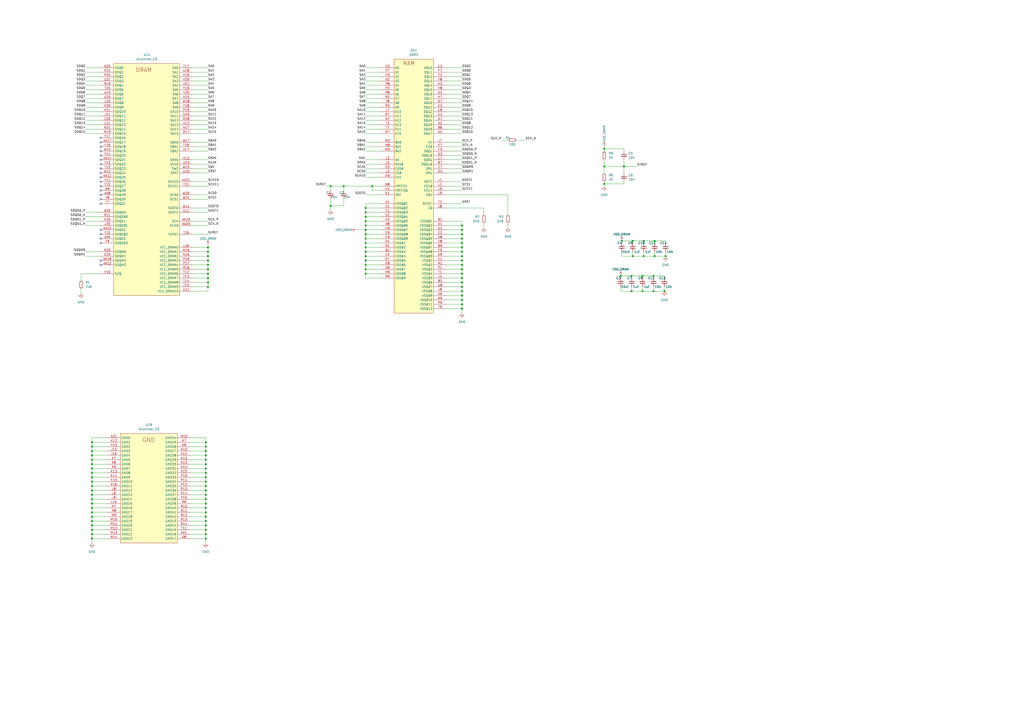
<source format=kicad_sch>
(kicad_sch (version 20211123) (generator eeschema)
  (paper "A2")
  (title_block (date "2022-02-02"))
  (lib_symbols
    (symbol "Device:C_Small" (pin_numbers hide) (pin_names (offset 0.254) hide)
      (property "Reference" "C" (at 0.254 1.778 0))
      (property "Value" "C_Small" (at 0.254 -2.032 0))
      (symbol "C_Small_1_1"
        (pin passive line (at 0 2.54 270) (length 2.032) (name "~") (number "1"))
        (pin passive line (at 0 -2.54 90) (length 2.032) (name "~") (number "2"))
      )
    )
    (symbol "Device:R_Small" (pin_numbers hide) (pin_names (offset 0.254) hide)
      (property "Reference" "R" (at 0.762 0.508 0))
      (property "Value" "R_Small" (at 0.762 -1.016 0))
      (symbol "R_Small_1_1"
        (pin passive line (at 0 2.54 270) (length 0.762) (name "~") (number "1"))
        (pin passive line (at 0 -2.54 90) (length 0.762) (name "~") (number "2"))
      )
    )
    (symbol "My_Library:Allwinner_H3"
      (property "Reference" "U" (at 1.27 1.27 0))
      (property "Value" "Allwinner_H3" (at 17.78 1.27 0))
      (symbol "Allwinner_H3_1_0"
        (text "DRAM" (at 12.7 -5.08 0) (effects (font (size 2.286 2.286)) (justify left bottom)))
        (pin passive line (at -7.62 -66.04 0) (length 7.62) (name "SDQ25") (number "AA11"))
        (pin passive line (at -7.62 -116.84 0) (length 7.62) (name "SDQM3") (number "AA12"))
        (pin passive line (at -7.62 -55.88 0) (length 7.62) (name "SDQ21") (number "AA14"))
        (pin passive line (at -7.62 -96.52 0) (length 7.62) (name "SDQS2") (number "AA15"))
        (pin passive line (at -7.62 -45.72 0) (length 7.62) (name "SDQ17") (number "AA17"))
        (pin passive line (at -7.62 -114.3 0) (length 7.62) (name "SDQM2") (number "AA18"))
        (pin passive line (at 45.72 -91.44 180) (length 7.62) (name "SCK") (number "AA19"))
        (pin passive line (at 45.72 -93.98 180) (length 7.62) (name "SCKB") (number "AA20"))
        (pin passive line (at 45.72 -68.58 180) (length 7.62) (name "SCKE0") (number "AA21"))
        (pin passive line (at -7.62 -76.2 0) (length 7.62) (name "SDQ29") (number "AA8"))
        (pin passive line (at -7.62 -101.6 0) (length 7.62) (name "SDQS3") (number "AA9"))
        (pin passive line (at -7.62 -111.76 0) (length 7.62) (name "SDQM1") (number "G20"))
        (pin passive line (at -7.62 -25.4 0) (length 7.62) (name "SDQ9") (number "H20"))
        (pin passive line (at -7.62 -27.94 0) (length 7.62) (name "SDQ10") (number "H21"))
        (pin passive line (at -7.62 -22.86 0) (length 7.62) (name "SDQ8") (number "J19"))
        (pin passive line (at -7.62 -93.98 0) (length 7.62) (name "SDQSB1") (number "J20"))
        (pin passive line (at -7.62 -30.48 0) (length 7.62) (name "SDQ11") (number "J21"))
        (pin passive line (at -7.62 -91.44 0) (length 7.62) (name "SDQS1") (number "K20"))
        (pin passive line (at 45.72 -106.68 180) (length 7.62) (name "VCC_DRAM0") (number "L16"))
        (pin passive line (at -7.62 -33.02 0) (length 7.62) (name "SDQ12") (number "L20"))
        (pin passive line (at -7.62 -35.56 0) (length 7.62) (name "SDQ13") (number "L21"))
        (pin passive line (at 45.72 -109.22 180) (length 7.62) (name "VCC_DRAM1") (number "M16"))
        (pin passive line (at -7.62 -40.64 0) (length 7.62) (name "SDQ15") (number "M19"))
        (pin passive line (at -7.62 -109.22 0) (length 7.62) (name "SDQM0") (number "M20"))
        (pin passive line (at -7.62 -38.1 0) (length 7.62) (name "SDQ14") (number "M21"))
        (pin passive line (at 45.72 -111.76 180) (length 7.62) (name "VCC_DRAM2") (number "N16"))
        (pin passive line (at 45.72 -38.1 180) (length 7.62) (name "SA14") (number "N17"))
        (pin passive line (at 45.72 -30.48 180) (length 7.62) (name "SA11") (number "N19"))
        (pin passive line (at -7.62 -2.54 0) (length 7.62) (name "SDQ0") (number "N20"))
        (pin passive line (at 45.72 -114.3 180) (length 7.62) (name "VCC_DRAM3") (number "P16"))
        (pin passive line (at 45.72 -116.84 180) (length 7.62) (name "VCC_DRAM4") (number "P17"))
        (pin passive line (at 45.72 -27.94 180) (length 7.62) (name "SA10") (number "P19"))
        (pin passive line (at -7.62 -7.62 0) (length 7.62) (name "SDQ2") (number "P20"))
        (pin passive line (at -7.62 -5.08 0) (length 7.62) (name "SDQ1") (number "P21"))
        (pin passive line (at 45.72 -119.38 180) (length 7.62) (name "VCC_DRAM5") (number "R16"))
        (pin passive line (at 45.72 -40.64 180) (length 7.62) (name "SA15") (number "R17"))
        (pin passive line (at 45.72 -33.02 180) (length 7.62) (name "SA12") (number "R18"))
        (pin passive line (at -7.62 -12.7 0) (length 7.62) (name "SDQ4") (number "R19"))
        (pin passive line (at -7.62 -86.36 0) (length 7.62) (name "SDQS0") (number "R20"))
        (pin passive line (at -7.62 -88.9 0) (length 7.62) (name "SDQSB0") (number "R21"))
        (pin passive line (at 45.72 -121.92 180) (length 7.62) (name "VCC_DRAM6") (number "T12"))
        (pin passive line (at 45.72 -124.46 180) (length 7.62) (name "VCC_DRAM7") (number "T13"))
        (pin passive line (at 45.72 -127 180) (length 7.62) (name "VCC_DRAM8") (number "T14"))
        (pin passive line (at 45.72 -129.54 180) (length 7.62) (name "VCC_DRAM9") (number "T15"))
        (pin passive line (at 45.72 -99.06 180) (length 7.62) (name "SVREF") (number "T16"))
        (pin passive line (at 45.72 -2.54 180) (length 7.62) (name "SA0") (number "T17"))
        (pin passive line (at 45.72 -48.26 180) (length 7.62) (name "SBA1") (number "T18"))
        (pin passive line (at -7.62 -15.24 0) (length 7.62) (name "SDQ5") (number "T20"))
        (pin passive line (at 45.72 -132.08 180) (length 7.62) (name "VCC_DRAM10") (number "U11"))
        (pin passive line (at 45.72 -58.42 180) (length 7.62) (name "SCAS") (number "U15"))
        (pin passive line (at 45.72 -63.5 180) (length 7.62) (name "SRST") (number "U16"))
        (pin passive line (at 45.72 -5.08 180) (length 7.62) (name "SA1") (number "U18"))
        (pin passive line (at -7.62 -17.78 0) (length 7.62) (name "SDQ6") (number "U19"))
        (pin passive line (at -7.62 -20.32 0) (length 7.62) (name "SDQ7") (number "U20"))
        (pin passive line (at -7.62 -10.16 0) (length 7.62) (name "SDQ3") (number "U21"))
        (pin passive line (at -7.62 -121.92 0) (length 7.62) (name "SZQ") (number "V10"))
        (pin passive line (at 45.72 -86.36 180) (length 7.62) (name "SODT1") (number "V11"))
        (pin passive line (at 45.72 -35.56 180) (length 7.62) (name "SA13") (number "V12"))
        (pin passive line (at 45.72 -55.88 180) (length 7.62) (name "SRAS") (number "V13"))
        (pin passive line (at 45.72 -20.32 180) (length 7.62) (name "SA7") (number "V15"))
        (pin passive line (at 45.72 -50.8 180) (length 7.62) (name "SBA2") (number "V17"))
        (pin passive line (at 45.72 -7.62 180) (length 7.62) (name "SA2") (number "V19"))
        (pin passive line (at 45.72 -10.16 180) (length 7.62) (name "SA3") (number "V20"))
        (pin passive line (at 45.72 -12.7 180) (length 7.62) (name "SA4") (number "V21"))
        (pin passive line (at 45.72 -83.82 180) (length 7.62) (name "SODT0") (number "W11"))
        (pin passive line (at -7.62 -63.5 0) (length 7.62) (name "SDQ24") (number "W12"))
        (pin passive line (at 45.72 -60.96 180) (length 7.62) (name "SWE") (number "W13"))
        (pin passive line (at -7.62 -50.8 0) (length 7.62) (name "SDQ19") (number "W15"))
        (pin passive line (at 45.72 -45.72 180) (length 7.62) (name "SBA0") (number "W17"))
        (pin passive line (at 45.72 -22.86 180) (length 7.62) (name "SA8") (number "W18"))
        (pin passive line (at 45.72 -76.2 180) (length 7.62) (name "SCS0") (number "W20"))
        (pin passive line (at 45.72 -78.74 180) (length 7.62) (name "SCS1") (number "W21"))
        (pin passive line (at -7.62 -73.66 0) (length 7.62) (name "SDQ28") (number "W9"))
        (pin passive line (at -7.62 -71.12 0) (length 7.62) (name "SDQ27") (number "Y10"))
        (pin passive line (at -7.62 -68.58 0) (length 7.62) (name "SDQ26") (number "Y11"))
        (pin passive line (at -7.62 -60.96 0) (length 7.62) (name "SDQ23") (number "Y12"))
        (pin passive line (at -7.62 -58.42 0) (length 7.62) (name "SDQ22") (number "Y13"))
        (pin passive line (at -7.62 -53.34 0) (length 7.62) (name "SDQ20") (number "Y14"))
        (pin passive line (at -7.62 -99.06 0) (length 7.62) (name "SDQSB2") (number "Y15"))
        (pin passive line (at -7.62 -48.26 0) (length 7.62) (name "SDQ18") (number "Y16"))
        (pin passive line (at -7.62 -43.18 0) (length 7.62) (name "SDQ16") (number "Y17"))
        (pin passive line (at 45.72 -25.4 180) (length 7.62) (name "SA9") (number "Y18"))
        (pin passive line (at 45.72 -15.24 180) (length 7.62) (name "SA5") (number "Y19"))
        (pin passive line (at 45.72 -17.78 180) (length 7.62) (name "SA6") (number "Y20"))
        (pin passive line (at 45.72 -71.12 180) (length 7.62) (name "SCKE1") (number "Y21"))
        (pin passive line (at -7.62 -81.28 0) (length 7.62) (name "SDQ31") (number "Y7"))
        (pin passive line (at -7.62 -78.74 0) (length 7.62) (name "SDQ30") (number "Y8"))
        (pin passive line (at -7.62 -104.14 0) (length 7.62) (name "SDQSB3") (number "Y9"))
      )
      (symbol "Allwinner_H3_2_0"
        (text "GND" (at 12.7 -5.08 0) (effects (font (size 2.286 2.286)) (justify left bottom)))
        (pin passive line (at -7.62 -2.54 0) (length 7.62) (name "GND0") (number "A21"))
        (pin passive line (at 40.64 -58.42 180) (length 7.62) (name "GND46") (number "AA1"))
        (pin passive line (at 40.64 -60.96 180) (length 7.62) (name "GND47") (number "G8"))
        (pin passive line (at -7.62 -5.08 0) (length 7.62) (name "GND1") (number "H12"))
        (pin passive line (at -7.62 -7.62 0) (length 7.62) (name "GND2") (number "H15"))
        (pin passive line (at -7.62 -10.16 0) (length 7.62) (name "GND3") (number "J13"))
        (pin passive line (at -7.62 -12.7 0) (length 7.62) (name "GND4") (number "J16"))
        (pin passive line (at -7.62 -38.1 0) (length 7.62) (name "GND14") (number "J9"))
        (pin passive line (at -7.62 -22.86 0) (length 7.62) (name "GND8") (number "K13"))
        (pin passive line (at -7.62 -25.4 0) (length 7.62) (name "GND9") (number "K14"))
        (pin passive line (at -7.62 -27.94 0) (length 7.62) (name "GND10") (number "K15"))
        (pin passive line (at -7.62 -30.48 0) (length 7.62) (name "GND11") (number "K16"))
        (pin passive line (at -7.62 -15.24 0) (length 7.62) (name "GND5") (number "K7"))
        (pin passive line (at -7.62 -17.78 0) (length 7.62) (name "GND6") (number "K8"))
        (pin passive line (at -7.62 -20.32 0) (length 7.62) (name "GND7") (number "K9"))
        (pin passive line (at -7.62 -40.64 0) (length 7.62) (name "GND15") (number "L15"))
        (pin passive line (at -7.62 -33.02 0) (length 7.62) (name "GND12") (number "L8"))
        (pin passive line (at -7.62 -35.56 0) (length 7.62) (name "GND13") (number "L9"))
        (pin passive line (at -7.62 -50.8 0) (length 7.62) (name "GND19") (number "M10"))
        (pin passive line (at -7.62 -53.34 0) (length 7.62) (name "GND20") (number "M11"))
        (pin passive line (at -7.62 -55.88 0) (length 7.62) (name "GND21") (number "M12"))
        (pin passive line (at -7.62 -58.42 0) (length 7.62) (name "GND22") (number "M13"))
        (pin passive line (at -7.62 -60.96 0) (length 7.62) (name "GND23") (number "M14"))
        (pin passive line (at 40.64 -2.54 180) (length 7.62) (name "GND24") (number "M15"))
        (pin passive line (at -7.62 -43.18 0) (length 7.62) (name "GND16") (number "M7"))
        (pin passive line (at -7.62 -45.72 0) (length 7.62) (name "GND17") (number "M8"))
        (pin passive line (at -7.62 -48.26 0) (length 7.62) (name "GND18") (number "M9"))
        (pin passive line (at 40.64 -10.16 180) (length 7.62) (name "GND27") (number "N10"))
        (pin passive line (at 40.64 -12.7 180) (length 7.62) (name "GND28") (number "N11"))
        (pin passive line (at 40.64 -15.24 180) (length 7.62) (name "GND29") (number "N12"))
        (pin passive line (at 40.64 -17.78 180) (length 7.62) (name "GND30") (number "N13"))
        (pin passive line (at 40.64 -20.32 180) (length 7.62) (name "GND31") (number "N14"))
        (pin passive line (at 40.64 -22.86 180) (length 7.62) (name "GND32") (number "N15"))
        (pin passive line (at 40.64 -5.08 180) (length 7.62) (name "GND25") (number "N7"))
        (pin passive line (at 40.64 -7.62 180) (length 7.62) (name "GND26") (number "N9"))
        (pin passive line (at 40.64 -25.4 180) (length 7.62) (name "GND33") (number "P10"))
        (pin passive line (at 40.64 -27.94 180) (length 7.62) (name "GND34") (number "P11"))
        (pin passive line (at 40.64 -30.48 180) (length 7.62) (name "GND35") (number "P12"))
        (pin passive line (at 40.64 -33.02 180) (length 7.62) (name "GND36") (number "P13"))
        (pin passive line (at 40.64 -35.56 180) (length 7.62) (name "GND37") (number "P14"))
        (pin passive line (at 40.64 -38.1 180) (length 7.62) (name "GND38") (number "P15"))
        (pin passive line (at 40.64 -43.18 180) (length 7.62) (name "GND40") (number "R10"))
        (pin passive line (at 40.64 -45.72 180) (length 7.62) (name "GND41") (number "R11"))
        (pin passive line (at 40.64 -48.26 180) (length 7.62) (name "GND42") (number "R12"))
        (pin passive line (at 40.64 -50.8 180) (length 7.62) (name "GND43") (number "R13"))
        (pin passive line (at 40.64 -53.34 180) (length 7.62) (name "GND44") (number "R14"))
        (pin passive line (at 40.64 -40.64 180) (length 7.62) (name "GND39") (number "R9"))
        (pin passive line (at 40.64 -55.88 180) (length 7.62) (name "GND45") (number "T11"))
      )
      (symbol "Allwinner_H3_3_0"
        (text "POWER" (at 15.24 -53.34 0) (effects (font (size 2.286 2.286)) (justify left bottom)))
        (pin passive line (at 50.8 -35.56 180) (length 7.62) (name "VCC_IO0") (number "G13"))
        (pin passive line (at 50.8 -38.1 180) (length 7.62) (name "VCC_IO1") (number "G14"))
        (pin passive line (at 50.8 -40.64 180) (length 7.62) (name "VCC_IO2") (number "G15"))
        (pin passive line (at 50.8 -2.54 180) (length 7.62) (name "VDD_SYS0") (number "H10"))
        (pin passive line (at 50.8 -43.18 180) (length 7.62) (name "VCC_IO3") (number "H13"))
        (pin passive line (at 50.8 -45.72 180) (length 7.62) (name "VCC_IO4") (number "H14"))
        (pin passive line (at 50.8 -7.62 180) (length 7.62) (name "VDD_SYS2") (number "J10"))
        (pin passive line (at 50.8 -10.16 180) (length 7.62) (name "VDD_SYS3") (number "J11"))
        (pin passive line (at 50.8 -12.7 180) (length 7.62) (name "VDD_SYS4") (number "J12"))
        (pin passive line (at 50.8 -48.26 180) (length 7.62) (name "VCC_IO5") (number "J14"))
        (pin passive line (at -7.62 -45.72 0) (length 7.62) (name "VDD_CPUS0") (number "J7"))
        (pin passive line (at -7.62 -48.26 0) (length 7.62) (name "VDD_CPUS1") (number "J8"))
        (pin passive line (at 50.8 -15.24 180) (length 7.62) (name "VDD_SYS5") (number "K10"))
        (pin passive line (at 50.8 -17.78 180) (length 7.62) (name "VDD_SYS6") (number "K11"))
        (pin passive line (at 50.8 -20.32 180) (length 7.62) (name "VDD_SYS7") (number "K12"))
        (pin passive line (at 50.8 -5.08 180) (length 7.62) (name "VDD_SYS1") (number "L10"))
        (pin passive line (at 50.8 -22.86 180) (length 7.62) (name "VDD_SYS8") (number "L11"))
        (pin passive line (at 50.8 -25.4 180) (length 7.62) (name "VDD_SYS9") (number "L12"))
        (pin passive line (at 50.8 -27.94 180) (length 7.62) (name "VDD_SYS10") (number "L13"))
        (pin passive line (at 50.8 -30.48 180) (length 7.62) (name "VDD_SYS11") (number "L14"))
        (pin passive line (at -7.62 -2.54 0) (length 7.62) (name "VDD_CPUX0") (number "N8"))
        (pin passive line (at -7.62 -5.08 0) (length 7.62) (name "VDD_CPUX1") (number "P6"))
        (pin passive line (at -7.62 -7.62 0) (length 7.62) (name "VDD_CPUX2") (number "P7"))
        (pin passive line (at -7.62 -10.16 0) (length 7.62) (name "VDD_CPUX3") (number "P8"))
        (pin passive line (at -7.62 -12.7 0) (length 7.62) (name "VDD_CPUX4") (number "P9"))
        (pin passive line (at -7.62 -15.24 0) (length 7.62) (name "VDD_CPUX5") (number "R6"))
        (pin passive line (at -7.62 -17.78 0) (length 7.62) (name "VDD_CPUX6") (number "R7"))
        (pin passive line (at -7.62 -20.32 0) (length 7.62) (name "VDD_CPUX7") (number "R8"))
        (pin passive line (at -7.62 -38.1 0) (length 7.62) (name "VDD_CPUXFB") (number "T10"))
        (pin passive line (at -7.62 -22.86 0) (length 7.62) (name "VDD_CPUX8") (number "T6"))
        (pin passive line (at -7.62 -25.4 0) (length 7.62) (name "VDD_CPUX9") (number "T7"))
        (pin passive line (at -7.62 -27.94 0) (length 7.62) (name "VDD_CPUX10") (number "T8"))
        (pin passive line (at -7.62 -40.64 0) (length 7.62) (name "GND_CPUXFB") (number "T9"))
        (pin passive line (at -7.62 -30.48 0) (length 7.62) (name "VDD_CPUX11") (number "U6"))
        (pin passive line (at -7.62 -33.02 0) (length 7.62) (name "VDD_CPUX12") (number "U9"))
      )
      (symbol "Allwinner_H3_4_0"
        (text "SYS" (at 17.78 -15.24 0) (effects (font (size 2.286 2.286)) (justify left bottom)))
        (text "USB" (at 2.54 -5.08 0) (effects (font (size 2.286 2.286)) (justify left bottom)))
        (pin passive line (at 43.18 -5.08 180) (length 7.62) (name "JTAG_SEL0") (number "A1"))
        (pin passive line (at -7.62 -25.4 0) (length 7.62) (name "USB_DP0") (number "A5"))
        (pin passive line (at -7.62 -45.72 0) (length 7.62) (name "USB_DP2") (number "A7"))
        (pin passive line (at -7.62 -43.18 0) (length 7.62) (name "USB_DM2") (number "A8"))
        (pin passive line (at 43.18 -20.32 180) (length 7.62) (name "KEYADC") (number "AA5"))
        (pin passive line (at 43.18 -12.7 180) (length 7.62) (name "NMI") (number "AA6"))
        (pin passive line (at 43.18 -7.62 180) (length 7.62) (name "JTAG_SEL") (number "B2"))
        (pin passive line (at -7.62 -22.86 0) (length 7.62) (name "USB_DM0") (number "B5"))
        (pin passive line (at -7.62 -35.56 0) (length 7.62) (name "USB_DP1") (number "B6"))
        (pin passive line (at -7.62 -33.02 0) (length 7.62) (name "USB_DM1") (number "B7"))
        (pin passive line (at -7.62 -55.88 0) (length 7.62) (name "USB_DP3") (number "B8"))
        (pin passive line (at -7.62 -53.34 0) (length 7.62) (name "USB_DM3") (number "B9"))
        (pin passive line (at 43.18 -25.4 180) (length 7.62) (name "VDD_EFUSE") (number "G10"))
        (pin passive line (at -7.62 -10.16 0) (length 7.62) (name "VCC-USB") (number "G11"))
        (pin passive line (at 43.18 -27.94 180) (length 7.62) (name "VDD_EFUSEBP") (number "H11"))
        (pin passive line (at 43.18 -38.1 180) (length 7.62) (name "X24MOUT") (number "K1"))
        (pin passive line (at 43.18 -40.64 180) (length 7.62) (name "X24MIN") (number "K2"))
        (pin passive line (at 43.18 -35.56 180) (length 7.62) (name "X24MFOUT") (number "K4"))
        (pin passive line (at 43.18 -45.72 180) (length 7.62) (name "VCC_RTC") (number "K6"))
        (pin passive line (at 43.18 -30.48 180) (length 7.62) (name "PLLTEST") (number "L5"))
        (pin passive line (at 43.18 -48.26 180) (length 7.62) (name "RTC_VIO") (number "M4"))
        (pin passive line (at 43.18 -33.02 180) (length 7.62) (name "VCC_PLL") (number "N3"))
        (pin passive line (at 43.18 -53.34 180) (length 7.62) (name "X32KFOUT") (number "P3"))
        (pin passive line (at 43.18 -10.16 180) (length 7.62) (name "TEST") (number "T5"))
        (pin passive line (at 43.18 -55.88 180) (length 7.62) (name "X32KOUT") (number "U4"))
        (pin passive line (at 43.18 -58.42 180) (length 7.62) (name "X32KIN") (number "V5"))
        (pin passive line (at 43.18 -15.24 180) (length 7.62) (name "RESET") (number "V6"))
        (pin passive line (at 43.18 -2.54 180) (length 7.62) (name "UBOOT") (number "W6"))
      )
      (symbol "Allwinner_H3_5_0"
        (text "GPIO" (at 25.4 -106.68 0) (effects (font (size 4.572 4.572)) (justify left bottom)))
        (pin passive line (at 109.22 -68.58 180) (length 7.62) (name "PE1/CSI_MCLK/TS_ERR") (number "A10"))
        (pin passive line (at 109.22 -93.98 180) (length 7.62) (name "PE11/CSI_D7/TS_D7") (number "A11"))
        (pin passive line (at -7.62 -53.34 0) (length 7.62) (name "PA20/PCM0_DOUT/SIM_VPPEN/PA_EINT20") (number "A13"))
        (pin passive line (at -7.62 -55.88 0) (length 7.62) (name "PA21/PCM0_DIN/SIM_VPPPP/PA_EINT21") (number "A14"))
        (pin passive line (at -7.62 -78.74 0) (length 7.62) (name "PF1/SDC0_D0/JTAG_DI0") (number "A19"))
        (pin passive line (at 109.22 -20.32 180) (length 7.62) (name "PD4/RGMII_RXCK/MII_RXCK/RMII_NULL") (number "A20"))
        (pin passive line (at 109.22 -66.04 180) (length 7.62) (name "PE0/CSI_PCLK/TS_CLK") (number "B10"))
        (pin passive line (at 109.22 -71.12 180) (length 7.62) (name "PE2/CSI_HSYNC/TS_SYNC") (number "B11"))
        (pin passive line (at 109.22 -96.52 180) (length 7.62) (name "PE12/CSI_SCK/TWI2_SCK") (number "B12"))
        (pin passive line (at -7.62 -48.26 0) (length 7.62) (name "PA18/PCM0_SYNC/TWI1_SCK/PA_EINT18") (number "B13"))
        (pin passive line (at -7.62 -50.8 0) (length 7.62) (name "PA19/PCM0_CLK/TWI1_SDA/PA_EINT19") (number "B14"))
        (pin passive line (at 109.22 -15.24 180) (length 7.62) (name "PD2/RGMII_RXD1/MII_RXD1/RMII_RXD1") (number "B20"))
        (pin passive line (at 109.22 -25.4 180) (length 7.62) (name "PD6/RGMII_NULL/MII_RXERR/RMII_RXER") (number "B21"))
        (pin passive line (at 109.22 -73.66 180) (length 7.62) (name "PE3/CSI_VSYNC/TS_DVLD") (number "C10"))
        (pin passive line (at 109.22 -86.36 180) (length 7.62) (name "PE8/CSI_D4/TS_D4") (number "C11"))
        (pin passive line (at 109.22 -88.9 180) (length 7.62) (name "PE9/CSI_D5/TS_D5") (number "C12"))
        (pin passive line (at -7.62 -33.02 0) (length 7.62) (name "PA12/TWI0_SDA/DI_RX/PA_EINT12") (number "C13"))
        (pin passive line (at -7.62 -45.72 0) (length 7.62) (name "PA17/SPDIF_OUT/PA_EINT17") (number "C14"))
        (pin passive line (at -7.62 -88.9 0) (length 7.62) (name "PF5/SDC0_D2/JTAG_CK0") (number "C20"))
        (pin passive line (at 109.22 -10.16 180) (length 7.62) (name "PD0/RGMII_RXD3/MII_RXD3/RMII_NULL/DI_TX") (number "C21"))
        (pin passive line (at 109.22 -104.14 180) (length 7.62) (name "PE15") (number "C5"))
        (pin passive line (at 109.22 -101.6 180) (length 7.62) (name "PE14") (number "C6"))
        (pin passive line (at 109.22 -99.06 180) (length 7.62) (name "PE13/CSI_SDA/TWI2_SDA") (number "C7"))
        (pin passive line (at 109.22 -83.82 180) (length 7.62) (name "PE7/CSI_D3/TS_D3") (number "C8"))
        (pin passive line (at 109.22 -76.2 180) (length 7.62) (name "PE4/CSI_D0/TS_D0") (number "C9"))
        (pin passive line (at 109.22 -81.28 180) (length 7.62) (name "PE6/CSI_D2/TS_D2") (number "D10"))
        (pin passive line (at -7.62 -2.54 0) (length 7.62) (name "PA0/UART2_TX/JTAG_MS0/PA_EINT0") (number "D11"))
        (pin passive line (at -7.62 -25.4 0) (length 7.62) (name "PA9/SIM_RST/PA_EINT9") (number "D13"))
        (pin passive line (at -7.62 -43.18 0) (length 7.62) (name "PA16/SPI1_MISO/UART3_CTS/PA_EINT16") (number "D15"))
        (pin passive line (at -7.62 -76.2 0) (length 7.62) (name "PF0/SDC0_D1/JTAG_MS0") (number "D19"))
        (pin passive line (at -7.62 -81.28 0) (length 7.62) (name "PF2/SDC0_CLK/UART0_TX") (number "D20"))
        (pin passive line (at -7.62 -5.08 0) (length 7.62) (name "PA1/UART2_RX/JTAG_CK0/PA_EINT1") (number "D5"))
        (pin passive line (at -7.62 -7.62 0) (length 7.62) (name "PA2/UART2_RTS/JTAG_DO0/PA_EINT2") (number "D6"))
        (pin passive line (at -7.62 -20.32 0) (length 7.62) (name "PA7/SIM_CLK/PA_EINT7") (number "D8"))
        (pin passive line (at 109.22 -78.74 180) (length 7.62) (name "PE5/CSI_D1/TS_D1") (number "E10"))
        (pin passive line (at -7.62 -27.94 0) (length 7.62) (name "PA10/SIM_DET/PA_EINT10") (number "E11"))
        (pin passive line (at -7.62 -10.16 0) (length 7.62) (name "PA3/UART2_CTS/JTAG_DI0/PA_EINT3") (number "E13"))
        (pin passive line (at -7.62 -17.78 0) (length 7.62) (name "PA6/SIM_PWREN/PWM1/PA_EINT6") (number "E14"))
        (pin passive line (at -7.62 -35.56 0) (length 7.62) (name "PA13/SPI1_CS/UART3_TX/PA_EINT13") (number "E15"))
        (pin passive line (at 109.22 -27.94 180) (length 7.62) (name "PD7/RGMII_TXD3/MII_TXD3/RMII_NULL") (number "E18"))
        (pin passive line (at 109.22 -40.64 180) (length 7.62) (name "PD12/RGMII_TXCK/MII_TXCK/RMII_TXCK") (number "E19"))
        (pin passive line (at 109.22 -30.48 180) (length 7.62) (name "PD8/RGMII_TXD2/MII_TXD2/RMII_NULL") (number "E20"))
        (pin passive line (at -7.62 -86.36 0) (length 7.62) (name "PF4/SDC0_D3/UART0_RX") (number "E21"))
        (pin passive line (at 109.22 -91.44 180) (length 7.62) (name "PE10/CSI_D6/TS_D6") (number "E8"))
        (pin passive line (at -7.62 -30.48 0) (length 7.62) (name "PA11/TWI0_SCK/DI_TX/PA_EINT11") (number "F11"))
        (pin passive line (at -7.62 -22.86 0) (length 7.62) (name "PA8/SIM_DATA/PA_EINT8") (number "F13"))
        (pin passive line (at -7.62 -40.64 0) (length 7.62) (name "PA15/SPI1_MOSI/UART3_RTS/PA_EINT15") (number "F14"))
        (pin passive line (at -7.62 -83.82 0) (length 7.62) (name "PF3/SDC0_CMD/JTAG_DO0") (number "F18"))
        (pin passive line (at 109.22 -22.86 180) (length 7.62) (name "PD5/RGMII_RXCTL/MII_RXDV/RMII_CRS_D") (number "F19"))
        (pin passive line (at 109.22 -38.1 180) (length 7.62) (name "PD11/RGMII_NULL/MII_CRS/RMII_NULL") (number "F20"))
        (pin passive line (at 109.22 -33.02 180) (length 7.62) (name "PD9/RGMII_TXD1/MII_TXD1/RMII_TXD1") (number "F21"))
        (pin passive line (at -7.62 -12.7 0) (length 7.62) (name "PA4/UART0_TX/PA_EINT4") (number "F5"))
        (pin passive line (at -7.62 -38.1 0) (length 7.62) (name "PA14/SPI1_CLK/UART3_RX/PA_EINT14") (number "G12"))
        (pin passive line (at -7.62 -91.44 0) (length 7.62) (name "PF6") (number "G18"))
        (pin passive line (at 109.22 -12.7 180) (length 7.62) (name "PD1/RGMII_RXD2/MII_RXD2/RMII_NULL/DI_RX") (number "H17"))
        (pin passive line (at 109.22 -17.78 180) (length 7.62) (name "PD3/RGMII_RXD0/MII_RXD0/RMII_RXD0") (number "H18"))
        (pin passive line (at 109.22 -35.56 180) (length 7.62) (name "PD10/RGMII_TXD0/MII_TXD0/RMII_TXD0") (number "H19"))
        (pin passive line (at -7.62 -15.24 0) (length 7.62) (name "PA5/UART0_RX/PWM0/PA_EINT5") (number "H6"))
        (pin passive line (at 109.22 -2.54 180) (length 7.62) (name "VCC-PD") (number "J15"))
        (pin passive line (at 109.22 -43.18 180) (length 7.62) (name "PD13/RGMII_TXCTL/MII_TXEN/RMII_TXEN") (number "K17"))
        (pin passive line (at 109.22 -48.26 180) (length 7.62) (name "PD15/RGMII_CLKIN/MII_COL/RMII_NULL") (number "K18"))
        (pin passive line (at 109.22 -45.72 180) (length 7.62) (name "PD14/RGMII_NULL/MII_TXERR/RMII_NULL") (number "L17"))
        (pin passive line (at 109.22 -50.8 180) (length 7.62) (name "PD16/MDC") (number "L18"))
        (pin passive line (at 109.22 -53.34 180) (length 7.62) (name "PD17/MDIO") (number "L19"))
      )
      (symbol "Allwinner_H3_6_0"
        (text "AUDIO" (at 10.16 -22.86 0) (effects (font (size 2.286 2.286)) (justify left bottom)))
        (text "CODEC" (at 10.16 -27.94 0) (effects (font (size 2.286 2.286)) (justify left bottom)))
        (text "EPHY" (at 10.16 -71.12 0) (effects (font (size 2.286 2.286)) (justify left bottom)))
        (text "HDMI" (at 27.94 -5.08 0) (effects (font (size 2.286 2.286)) (justify left bottom)))
        (text "TVOUT" (at 27.94 -43.18 0) (effects (font (size 2.286 2.286)) (justify left bottom)))
        (pin passive line (at -7.62 -55.88 0) (length 7.62) (name "EPHY_LINK_LED") (number "A2"))
        (pin passive line (at -7.62 -50.8 0) (length 7.62) (name "EPHY_TXN") (number "A3"))
        (pin passive line (at -7.62 -45.72 0) (length 7.62) (name "EPHY_RXN") (number "A4"))
        (pin passive line (at -7.62 -12.7 0) (length 7.62) (name "MICIN2N") (number "AA2"))
        (pin passive line (at -7.62 -17.78 0) (length 7.62) (name "LINEOUTL") (number "AA3"))
        (pin passive line (at -7.62 -48.26 0) (length 7.62) (name "EPHY_TXP") (number "B3"))
        (pin passive line (at -7.62 -43.18 0) (length 7.62) (name "EPHY_RXP") (number "B4"))
        (pin passive line (at 55.88 -25.4 180) (length 7.62) (name "HTXCN") (number "E2"))
        (pin passive line (at 55.88 -10.16 180) (length 7.62) (name "HTX0N") (number "F1"))
        (pin passive line (at 55.88 -53.34 180) (length 7.62) (name "TVOUT") (number "F10"))
        (pin passive line (at 55.88 -22.86 180) (length 7.62) (name "HTXCP") (number "F2"))
        (pin passive line (at -7.62 -53.34 0) (length 7.62) (name "EPHY_RTX") (number "F6"))
        (pin passive line (at -7.62 -58.42 0) (length 7.62) (name "EPHY_SPD_LED") (number "F7"))
        (pin passive line (at -7.62 -60.96 0) (length 7.62) (name "EPHY_VDD") (number "F8"))
        (pin passive line (at 55.88 -7.62 180) (length 7.62) (name "HTX0P") (number "G1"))
        (pin passive line (at 55.88 -15.24 180) (length 7.62) (name "HTX1N") (number "G2"))
        (pin passive line (at 55.88 -30.48 180) (length 7.62) (name "HCEC") (number "G5"))
        (pin passive line (at -7.62 -63.5 0) (length 7.62) (name "EPHY_VCC") (number "G7"))
        (pin passive line (at 55.88 -55.88 180) (length 7.62) (name "V33_TV") (number "G9"))
        (pin passive line (at 55.88 -12.7 180) (length 7.62) (name "HTX1P") (number "H2"))
        (pin passive line (at 55.88 -35.56 180) (length 7.62) (name "HSCL") (number "H3"))
        (pin passive line (at 55.88 -58.42 180) (length 7.62) (name "GND_TV") (number "H8"))
        (pin passive line (at 55.88 -17.78 180) (length 7.62) (name "HTX2P") (number "J1"))
        (pin passive line (at 55.88 -20.32 180) (length 7.62) (name "HTX2N") (number "J2"))
        (pin passive line (at 55.88 -2.54 180) (length 7.62) (name "HVCC") (number "J6"))
        (pin passive line (at 55.88 -33.02 180) (length 7.62) (name "HSDA") (number "K3"))
        (pin passive line (at 55.88 -27.94 180) (length 7.62) (name "HHPD") (number "M2"))
        (pin passive line (at 55.88 -5.08 180) (length 7.62) (name "HGND") (number "M5"))
        (pin passive line (at -7.62 -35.56 0) (length 7.62) (name "AGND") (number "U3"))
        (pin passive line (at -7.62 -30.48 0) (length 7.62) (name "LINEINL") (number "V1"))
        (pin passive line (at -7.62 -25.4 0) (length 7.62) (name "AVCC") (number "V3"))
        (pin passive line (at -7.62 -27.94 0) (length 7.62) (name "VRP") (number "V4"))
        (pin passive line (at -7.62 -33.02 0) (length 7.62) (name "LINEINR") (number "W1"))
        (pin passive line (at -7.62 -5.08 0) (length 7.62) (name "MICIN1P") (number "W2"))
        (pin passive line (at -7.62 -2.54 0) (length 7.62) (name "MBIAS") (number "W3"))
        (pin passive line (at -7.62 -22.86 0) (length 7.62) (name "VRA2") (number "W5"))
        (pin passive line (at -7.62 -7.62 0) (length 7.62) (name "MICIN1N") (number "Y1"))
        (pin passive line (at -7.62 -10.16 0) (length 7.62) (name "MICIN2P") (number "Y2"))
        (pin passive line (at -7.62 -15.24 0) (length 7.62) (name "LINEOUTR") (number "Y3"))
        (pin passive line (at -7.62 -20.32 0) (length 7.62) (name "VRA1") (number "Y4"))
      )
      (symbol "Allwinner_H3_7_0"
        (text "SDC1" (at 2.54 -5.08 0) (effects (font (size 2.286 2.286)) (justify left bottom)))
        (pin passive line (at 43.18 -40.64 180) (length 7.62) (name "PG13/PCM1_DIN/PG_EINT13") (number "B1"))
        (pin passive line (at 43.18 -20.32 180) (length 7.62) (name "PG5/SDC1_D3/PG_EINT5") (number "C1"))
        (pin passive line (at 43.18 -17.78 180) (length 7.62) (name "PG4/SDC1_D2/PG_EINT4") (number "C2"))
        (pin passive line (at 43.18 -27.94 180) (length 7.62) (name "PG8/UART1_RTS/PG_EINT8") (number "C3"))
        (pin passive line (at 43.18 -38.1 180) (length 7.62) (name "PG12/PCM1_DOUTPG_EINT12") (number "D1"))
        (pin passive line (at 43.18 -35.56 180) (length 7.62) (name "PG11/PCM1_CLK/PG_EINT11") (number "D2"))
        (pin passive line (at 43.18 -25.4 180) (length 7.62) (name "PG7/UART1_RX/PG_EINT7") (number "D3"))
        (pin passive line (at 43.18 -30.48 180) (length 7.62) (name "PG9/UART1_CTS/PG_EINT9") (number "E3"))
        (pin passive line (at 43.18 -15.24 180) (length 7.62) (name "PG3/SDC1_D1/PG_EINT3") (number "F3"))
        (pin passive line (at 43.18 -22.86 180) (length 7.62) (name "PG6/UART1_TX/PG_EINT6") (number "G4"))
        (pin passive line (at 43.18 -12.7 180) (length 7.62) (name "PG2/SDC1_D0/PG_EINT2") (number "H4"))
        (pin passive line (at 43.18 -2.54 180) (length 7.62) (name "VCC_PG") (number "H7"))
        (pin passive line (at 43.18 -7.62 180) (length 7.62) (name "PG0/SDC1_CLK/PG_EINT0") (number "J3"))
        (pin passive line (at 43.18 -10.16 180) (length 7.62) (name "PG1/SDC1_CMD/PG_EINT1") (number "L2"))
        (pin passive line (at 43.18 -33.02 180) (length 7.62) (name "PG10/PCM1_SYNC/PG_EINT10") (number "M3"))
      )
      (symbol "Allwinner_H3_8_0"
        (text "CPUS" (at 0 -26.67 0) (effects (font (size 2.286 2.286)) (justify left bottom)))
        (pin passive line (at 43.18 -5.08 180) (length 7.62) (name "PL1/S_TWI_SDA/S_PL_EINT1") (number "M1"))
        (pin passive line (at 43.18 -25.4 180) (length 7.62) (name "PL9/S_PL_EINT9") (number "M6"))
        (pin passive line (at 43.18 -2.54 180) (length 7.62) (name "PL0/S_TWI_SCK/S_PL_EINT0") (number "N1"))
        (pin passive line (at 43.18 -12.7 180) (length 7.62) (name "PL4/S_JTAG_MS/S_PL_EINT4") (number "N2"))
        (pin passive line (at 43.18 -7.62 180) (length 7.62) (name "PL2/S_UART_TX/S_PL_EINT2") (number "P2"))
        (pin passive line (at 43.18 -10.16 180) (length 7.62) (name "PL3/S_UART_RX/S_PL_EINT3") (number "R1"))
        (pin passive line (at 43.18 -15.24 180) (length 7.62) (name "PL5/S_JTAG_CK/S_PL_EINT5") (number "R2"))
        (pin passive line (at 43.18 -22.86 180) (length 7.62) (name "PL8/S_PL_EINT8") (number "T2"))
        (pin passive line (at 43.18 -20.32 180) (length 7.62) (name "PL7/S_JTAG_SI/S_PL_EINT7") (number "T3"))
        (pin passive line (at 43.18 -17.78 180) (length 7.62) (name "PL6/S_JTAG_DO/S_PL_EINT6") (number "T4"))
        (pin passive line (at 43.18 -30.48 180) (length 7.62) (name "PL11/S_CIR_RX/S_PL_EINT11") (number "U2"))
        (pin passive line (at 43.18 -27.94 180) (length 7.62) (name "PL10/S_PWM/S_PL_EINT10") (number "V2"))
      )
      (symbol "Allwinner_H3_9_0"
        (text "eMMC-CLK" (at 1.27 -21.59 0) (effects (font (size 1.27 1.27)) (justify left bottom)))
        (text "eMMC-CMD" (at 1.27 -24.13 0) (effects (font (size 1.27 1.27)) (justify left bottom)))
        (text "eMMC-D0" (at 1.27 -29.21 0) (effects (font (size 1.27 1.27)) (justify left bottom)))
        (text "eMMC-D1" (at 1.27 -31.75 0) (effects (font (size 1.27 1.27)) (justify left bottom)))
        (text "eMMC-D2" (at 1.27 -34.29 0) (effects (font (size 1.27 1.27)) (justify left bottom)))
        (text "eMMC-D3" (at 1.27 -36.83 0) (effects (font (size 1.27 1.27)) (justify left bottom)))
        (text "eMMC-D4" (at 1.27 -39.37 0) (effects (font (size 1.27 1.27)) (justify left bottom)))
        (text "eMMC-D5" (at 1.27 -41.91 0) (effects (font (size 1.27 1.27)) (justify left bottom)))
        (text "eMMC-D6" (at 1.27 -44.45 0) (effects (font (size 1.27 1.27)) (justify left bottom)))
        (text "eMMC-D7" (at 1.27 -46.99 0) (effects (font (size 1.27 1.27)) (justify left bottom)))
        (text "eMMC-RST" (at 1.27 -49.53 0) (effects (font (size 1.27 1.27)) (justify left bottom)))
        (text "NAND" (at 10.16 -5.08 0) (effects (font (size 2.286 2.286)) (justify left bottom)))
        (pin passive line (at 55.88 -25.4 180) (length 7.62) (name "PC7/NAND_RB1") (number "A16"))
        (pin passive line (at 55.88 -20.32 180) (length 7.62) (name "PC5/NAND_RE/SDC2_CLK") (number "A17"))
        (pin passive line (at 55.88 -15.24 180) (length 7.62) (name "PC3/NAND_CE1/SPI0_CS") (number "B15"))
        (pin passive line (at 55.88 -12.7 180) (length 7.62) (name "PC2/NAND_CLE/SPI0_CLK") (number "B16"))
        (pin passive line (at 55.88 -38.1 180) (length 7.62) (name "PC12/NAND_DQ4/SDC2_D4") (number "B17"))
        (pin passive line (at 55.88 -27.94 180) (length 7.62) (name "PC8/NAND_DQ0/SDC2_D0") (number "B18"))
        (pin passive line (at 55.88 -40.64 180) (length 7.62) (name "PC13/NAND_DQ5/SDC2_D5") (number "B19"))
        (pin passive line (at 55.88 -7.62 180) (length 7.62) (name "PC0/NAND_WE/SPI0_MOSI") (number "C15"))
        (pin passive line (at 55.88 -10.16 180) (length 7.62) (name "PC1/NAND_ALE/SPI0_MISO") (number "C16"))
        (pin passive line (at 55.88 -30.48 180) (length 7.62) (name "PC9/NAND_DQ1/SDC2_D1") (number "C17"))
        (pin passive line (at 55.88 -35.56 180) (length 7.62) (name "PC11/NAND_DQ3/SDC2_D3") (number "C18"))
        (pin passive line (at 55.88 -45.72 180) (length 7.62) (name "PC15/NAND_DQ7/SDC2_D7") (number "C19"))
        (pin passive line (at 55.88 -33.02 180) (length 7.62) (name "PC10/NAND_DQ2/SDC2_D2") (number "D17"))
        (pin passive line (at 55.88 -22.86 180) (length 7.62) (name "PC6/NAND_RB0/SDC2_CMD") (number "E16"))
        (pin passive line (at 55.88 -17.78 180) (length 7.62) (name "PC4/NAND_CE0") (number "F16"))
        (pin passive line (at 55.88 -43.18 180) (length 7.62) (name "PC14/NAND_DQ6/SDC2_D6") (number "F17"))
        (pin passive line (at 55.88 -48.26 180) (length 7.62) (name "PC16/NAND_DQS/SDC2_RST") (number "H16"))
      )
    )
    (symbol "My_Library:DDR3"
      (property "Reference" "DU1" (at 0 0.762 0))
      (property "Value" "DDR3" (at 0 -148.59 0))
      (symbol "DDR3_1_0"
        (text "RAM" (at 5.08 -3.81 0) (effects (font (size 2.286 2.286)) (justify left bottom)))
        (pin passive line (at -7.62 -83.82 0) (length 7.62) (name "VDDQ#1") (number "A1"))
        (pin passive line (at 30.48 -38.1 180) (length 7.62) (name "DQU5") (number "A2"))
        (pin passive line (at 30.48 -43.18 180) (length 7.62) (name "DQU7") (number "A3"))
        (pin passive line (at 30.48 -35.56 180) (length 7.62) (name "DQU4") (number "A7"))
        (pin passive line (at -7.62 -96.52 0) (length 7.62) (name "VDDQ#6") (number "A8"))
        (pin passive line (at 30.48 -137.16 180) (length 7.62) (name "VSS#9") (number "A9"))
        (pin passive line (at 30.48 -93.98 180) (length 7.62) (name "VSSQ#1") (number "B1"))
        (pin passive line (at -7.62 -111.76 0) (length 7.62) (name "VDD#3") (number "B2"))
        (pin passive line (at 30.48 -129.54 180) (length 7.62) (name "VSS#6") (number "B3"))
        (pin passive line (at 30.48 -60.96 180) (length 7.62) (name "DQSU#") (number "B7"))
        (pin passive line (at 30.48 -40.64 180) (length 7.62) (name "DQU6") (number "B8"))
        (pin passive line (at 30.48 -109.22 180) (length 7.62) (name "VSSQ#7") (number "B9"))
        (pin passive line (at -7.62 -86.36 0) (length 7.62) (name "VDDQ#2") (number "C1"))
        (pin passive line (at 30.48 -33.02 180) (length 7.62) (name "DQU3") (number "C2"))
        (pin passive line (at 30.48 -27.94 180) (length 7.62) (name "DQU1") (number "C3"))
        (pin passive line (at 30.48 -58.42 180) (length 7.62) (name "DQSU") (number "C7"))
        (pin passive line (at 30.48 -30.48 180) (length 7.62) (name "DQU2") (number "C8"))
        (pin passive line (at -7.62 -104.14 0) (length 7.62) (name "VDDQ#9") (number "C9"))
        (pin passive line (at 30.48 -96.52 180) (length 7.62) (name "VSSQ#2") (number "D1"))
        (pin passive line (at -7.62 -91.44 0) (length 7.62) (name "VDDQ#4") (number "D2"))
        (pin passive line (at 30.48 -66.04 180) (length 7.62) (name "DMU") (number "D3"))
        (pin passive line (at 30.48 -25.4 180) (length 7.62) (name "DQU0") (number "D7"))
        (pin passive line (at 30.48 -104.14 180) (length 7.62) (name "VSSQ#5") (number "D8"))
        (pin passive line (at -7.62 -121.92 0) (length 7.62) (name "VDD#7") (number "D9"))
        (pin passive line (at 30.48 -116.84 180) (length 7.62) (name "VSS#1") (number "E1"))
        (pin passive line (at 30.48 -101.6 180) (length 7.62) (name "VSSQ#4") (number "E2"))
        (pin passive line (at 30.48 -5.08 180) (length 7.62) (name "DQL0") (number "E3"))
        (pin passive line (at 30.48 -63.5 180) (length 7.62) (name "DML") (number "E7"))
        (pin passive line (at 30.48 -106.68 180) (length 7.62) (name "VSSQ#6") (number "E8"))
        (pin passive line (at -7.62 -101.6 0) (length 7.62) (name "VDDQ#8") (number "E9"))
        (pin passive line (at -7.62 -88.9 0) (length 7.62) (name "VDDQ#3") (number "F1"))
        (pin passive line (at 30.48 -10.16 180) (length 7.62) (name "DQL2") (number "F2"))
        (pin passive line (at 30.48 -53.34 180) (length 7.62) (name "DQSL") (number "F3"))
        (pin passive line (at 30.48 -7.62 180) (length 7.62) (name "DQL1") (number "F7"))
        (pin passive line (at 30.48 -12.7 180) (length 7.62) (name "DQL3") (number "F8"))
        (pin passive line (at 30.48 -111.76 180) (length 7.62) (name "VSSQ#8") (number "F9"))
        (pin passive line (at 30.48 -99.06 180) (length 7.62) (name "VSSQ#3") (number "G1"))
        (pin passive line (at 30.48 -20.32 180) (length 7.62) (name "DQL6") (number "G2"))
        (pin passive line (at 30.48 -55.88 180) (length 7.62) (name "DQSL#") (number "G3"))
        (pin passive line (at -7.62 -116.84 0) (length 7.62) (name "VDD#5") (number "G7"))
        (pin passive line (at 30.48 -132.08 180) (length 7.62) (name "VSS#7") (number "G8"))
        (pin passive line (at 30.48 -114.3 180) (length 7.62) (name "VSSQ#9") (number "G9"))
        (pin passive line (at -7.62 -76.2 0) (length 7.62) (name "VREFDQ") (number "H1"))
        (pin passive line (at -7.62 -93.98 0) (length 7.62) (name "VDDQ#5") (number "H2"))
        (pin passive line (at 30.48 -15.24 180) (length 7.62) (name "DQL4") (number "H3"))
        (pin passive line (at 30.48 -22.86 180) (length 7.62) (name "DQL7") (number "H7"))
        (pin passive line (at 30.48 -17.78 180) (length 7.62) (name "DQL5") (number "H8"))
        (pin passive line (at -7.62 -99.06 0) (length 7.62) (name "VDDQ#7") (number "H9"))
        (pin passive line (at 30.48 -71.12 180) (length 7.62) (name "ODT1") (number "J1"))
        (pin passive line (at 30.48 -127 180) (length 7.62) (name "VSS#5") (number "J2"))
        (pin passive line (at -7.62 -60.96 0) (length 7.62) (name "RAS#") (number "J3"))
        (pin passive line (at 30.48 -48.26 180) (length 7.62) (name "CK") (number "J7"))
        (pin passive line (at 30.48 -134.62 180) (length 7.62) (name "VSS#8") (number "J8"))
        (pin passive line (at 30.48 -76.2 180) (length 7.62) (name "CKE1") (number "J9"))
        (pin passive line (at -7.62 -78.74 0) (length 7.62) (name "ODT") (number "K1"))
        (pin passive line (at -7.62 -114.3 0) (length 7.62) (name "VDD#4") (number "K2"))
        (pin passive line (at -7.62 -63.5 0) (length 7.62) (name "CAS#") (number "K3"))
        (pin passive line (at 30.48 -50.8 180) (length 7.62) (name "CK#") (number "K7"))
        (pin passive line (at -7.62 -119.38 0) (length 7.62) (name "VDD#6") (number "K8"))
        (pin passive line (at -7.62 -68.58 0) (length 7.62) (name "CKE") (number "K9"))
        (pin passive line (at 30.48 -73.66 180) (length 7.62) (name "CS1#") (number "L1"))
        (pin passive line (at -7.62 -66.04 0) (length 7.62) (name "CS#") (number "L2"))
        (pin passive line (at -7.62 -58.42 0) (length 7.62) (name "WE") (number "L3"))
        (pin passive line (at -7.62 -30.48 0) (length 7.62) (name "A10") (number "L7"))
        (pin passive line (at 30.48 -86.36 180) (length 7.62) (name "ZQ") (number "L8"))
        (pin passive line (at 30.48 -78.74 180) (length 7.62) (name "ZQ1") (number "L9"))
        (pin passive line (at 30.48 -119.38 180) (length 7.62) (name "VSS#2") (number "M1"))
        (pin passive line (at -7.62 -48.26 0) (length 7.62) (name "BA0") (number "M2"))
        (pin passive line (at -7.62 -53.34 0) (length 7.62) (name "BA2") (number "M3"))
        (pin passive line (at -7.62 -43.18 0) (length 7.62) (name "A15") (number "M7"))
        (pin passive line (at -7.62 -73.66 0) (length 7.62) (name "VREFCA") (number "M8"))
        (pin passive line (at 30.48 -139.7 180) (length 7.62) (name "VSS#10") (number "M9"))
        (pin passive line (at -7.62 -106.68 0) (length 7.62) (name "VDD#1") (number "N1"))
        (pin passive line (at -7.62 -12.7 0) (length 7.62) (name "A3") (number "N2"))
        (pin passive line (at -7.62 -5.08 0) (length 7.62) (name "A0") (number "N3"))
        (pin passive line (at -7.62 -35.56 0) (length 7.62) (name "A12") (number "N7"))
        (pin passive line (at -7.62 -50.8 0) (length 7.62) (name "BA1") (number "N8"))
        (pin passive line (at -7.62 -124.46 0) (length 7.62) (name "VDD#8") (number "N9"))
        (pin passive line (at 30.48 -121.92 180) (length 7.62) (name "VSS#3") (number "P1"))
        (pin passive line (at -7.62 -17.78 0) (length 7.62) (name "A5") (number "P2"))
        (pin passive line (at -7.62 -10.16 0) (length 7.62) (name "A2") (number "P3"))
        (pin passive line (at -7.62 -7.62 0) (length 7.62) (name "A1") (number "P7"))
        (pin passive line (at -7.62 -15.24 0) (length 7.62) (name "A4") (number "P8"))
        (pin passive line (at 30.48 -142.24 180) (length 7.62) (name "VSS#11") (number "P9"))
        (pin passive line (at -7.62 -109.22 0) (length 7.62) (name "VDD#2") (number "R1"))
        (pin passive line (at -7.62 -22.86 0) (length 7.62) (name "A7") (number "R2"))
        (pin passive line (at -7.62 -27.94 0) (length 7.62) (name "A9") (number "R3"))
        (pin passive line (at -7.62 -33.02 0) (length 7.62) (name "A11") (number "R7"))
        (pin passive line (at -7.62 -20.32 0) (length 7.62) (name "A6") (number "R8"))
        (pin passive line (at -7.62 -127 0) (length 7.62) (name "VDD#9") (number "R9"))
        (pin passive line (at 30.48 -124.46 180) (length 7.62) (name "VSS#4") (number "T1"))
        (pin passive line (at 30.48 -83.82 180) (length 7.62) (name "RESET") (number "T2"))
        (pin passive line (at -7.62 -38.1 0) (length 7.62) (name "A13") (number "T3"))
        (pin passive line (at -7.62 -40.64 0) (length 7.62) (name "A14") (number "T7"))
        (pin passive line (at -7.62 -25.4 0) (length 7.62) (name "A8") (number "T8"))
        (pin passive line (at 30.48 -144.78 180) (length 7.62) (name "VSS#12") (number "T9"))
      )
    )
    (symbol "My_Library:VDD_DRAM" (power)
      (property "Value" "VDD_DRAM" (at 0 3.81 0))
      (symbol "VDD_DRAM_1_1"
        (pin power_in line (at 0 0 90) (length 0) hide (name "VDD_DRAM") (number "1"))
      )
    )
    (symbol "power:GND" (power) (pin_names (offset 0))
      (property "Value" "GND" (at 0 -3.81 0))
      (symbol "GND_1_1"
        (pin power_in line (at 0 0 270) (length 0) hide (name "GND") (number "1"))
      )
    )
  )
  (junction (at 119.38 264.16))
  (junction (at 212.09 153.67))
  (junction (at 53.34 266.7))
  (junction (at 267.97 146.05))
  (junction (at 53.34 271.78))
  (junction (at 53.34 259.08))
  (junction (at 350.52 96.52))
  (junction (at 119.38 279.4))
  (junction (at 119.38 289.56))
  (junction (at 267.97 173.99))
  (junction (at 212.09 128.27))
  (junction (at 267.97 168.91))
  (junction (at 119.38 269.24))
  (junction (at 119.38 312.42))
  (junction (at 350.52 86.36))
  (junction (at 53.34 309.88))
  (junction (at 267.97 140.97))
  (junction (at 379.73 139.7))
  (junction (at 212.09 130.81))
  (junction (at 119.38 294.64))
  (junction (at 53.34 287.02))
  (junction (at 267.97 135.89))
  (junction (at 379.095 168.91))
  (junction (at 53.34 274.32))
  (junction (at 53.34 299.72))
  (junction (at 119.38 307.34))
  (junction (at 53.34 307.34))
  (junction (at 267.97 171.45))
  (junction (at 267.97 143.51))
  (junction (at 367.03 148.59))
  (junction (at 212.09 146.05))
  (junction (at 119.38 274.32))
  (junction (at 212.09 156.21))
  (junction (at 267.97 163.83))
  (junction (at 360.68 139.7))
  (junction (at 212.09 140.97))
  (junction (at 53.34 294.64))
  (junction (at 119.38 299.72))
  (junction (at 53.34 297.18))
  (junction (at 53.34 302.26))
  (junction (at 267.97 153.67))
  (junction (at 53.34 264.16))
  (junction (at 119.38 281.94))
  (junction (at 366.395 168.91))
  (junction (at 373.38 148.59))
  (junction (at 361.95 96.52))
  (junction (at 119.38 304.8))
  (junction (at 120.65 148.59))
  (junction (at 350.52 106.68))
  (junction (at 267.97 148.59))
  (junction (at 120.65 158.75))
  (junction (at 267.97 161.29))
  (junction (at 53.34 269.24))
  (junction (at 215.9 107.95))
  (junction (at 120.65 166.37))
  (junction (at 267.97 138.43))
  (junction (at 120.65 151.13))
  (junction (at 267.97 176.53))
  (junction (at 372.745 168.91))
  (junction (at 386.08 148.59))
  (junction (at 212.09 143.51))
  (junction (at 119.38 261.62))
  (junction (at 120.65 156.21))
  (junction (at 373.38 139.7))
  (junction (at 212.09 135.89))
  (junction (at 120.65 163.83))
  (junction (at 199.39 107.95))
  (junction (at 267.97 158.75))
  (junction (at 119.38 276.86))
  (junction (at 267.97 151.13))
  (junction (at 212.09 138.43))
  (junction (at 267.97 156.21))
  (junction (at 267.97 133.35))
  (junction (at 267.97 130.81))
  (junction (at 120.65 143.51))
  (junction (at 191.77 119.38))
  (junction (at 212.09 151.13))
  (junction (at 119.38 292.1))
  (junction (at 53.34 284.48))
  (junction (at 53.34 256.54))
  (junction (at 53.34 304.8))
  (junction (at 367.03 139.7))
  (junction (at 119.38 256.54))
  (junction (at 120.65 146.05))
  (junction (at 379.73 148.59))
  (junction (at 267.97 179.07))
  (junction (at 119.38 259.08))
  (junction (at 267.97 166.37))
  (junction (at 119.38 284.48))
  (junction (at 53.34 292.1))
  (junction (at 372.745 160.02))
  (junction (at 53.34 276.86))
  (junction (at 212.09 148.59))
  (junction (at 53.34 281.94))
  (junction (at 119.38 309.88))
  (junction (at 212.09 123.19))
  (junction (at 379.095 160.02))
  (junction (at 119.38 271.78))
  (junction (at 53.34 279.4))
  (junction (at 212.09 125.73))
  (junction (at 119.38 266.7))
  (junction (at 212.09 133.35))
  (junction (at 360.045 160.02))
  (junction (at 385.445 168.91))
  (junction (at 119.38 302.26))
  (junction (at 119.38 297.18))
  (junction (at 366.395 160.02))
  (junction (at 120.65 153.67))
  (junction (at 53.34 312.42))
  (junction (at 191.77 107.95))
  (junction (at 212.09 158.75))
  (junction (at 53.34 289.56))
  (junction (at 53.34 261.62))
  (junction (at 119.38 287.02))
  (junction (at 212.09 120.65))
  (junction (at 120.65 161.29))
  (no_connect (at 58.42 90.17))
  (no_connect (at 58.42 92.71))
  (no_connect (at 58.42 102.87))
  (no_connect (at 58.42 100.33))
  (no_connect (at 58.42 113.03))
  (no_connect (at 58.42 110.49))
  (no_connect (at 58.42 153.67))
  (no_connect (at 58.42 151.13))
  (no_connect (at 58.42 140.97))
  (no_connect (at 58.42 138.43))
  (no_connect (at 58.42 135.89))
  (no_connect (at 58.42 133.35))
  (no_connect (at 58.42 85.09))
  (no_connect (at 58.42 97.79))
  (no_connect (at 58.42 80.01))
  (no_connect (at 58.42 105.41))
  (no_connect (at 58.42 115.57))
  (no_connect (at 58.42 82.55))
  (no_connect (at 58.42 95.25))
  (no_connect (at 58.42 87.63))
  (no_connect (at 58.42 118.11))
  (no_connect (at 58.42 107.95))
  (wire (pts (xy 212.09 161.29) (xy 220.98 161.29)))
  (wire (pts (xy 212.09 151.13) (xy 220.98 151.13)))
  (wire (pts (xy 212.09 120.65) (xy 212.09 123.19)))
  (wire (pts (xy 212.09 135.89) (xy 220.98 135.89)))
  (wire (pts (xy 267.97 146.05) (xy 267.97 143.51)))
  (wire (pts (xy 215.9 110.49) (xy 215.9 107.95)))
  (wire (pts (xy 53.34 294.64) (xy 62.23 294.64)))
  (wire (pts (xy 212.09 138.43) (xy 220.98 138.43)))
  (wire (pts (xy 207.01 133.35) (xy 212.09 133.35)))
  (wire (pts (xy 53.34 312.42) (xy 62.23 312.42)))
  (wire (pts (xy 212.09 85.09) (xy 220.98 85.09)))
  (wire (pts (xy 361.95 106.68) (xy 350.52 106.68)))
  (wire (pts (xy 199.39 115.57) (xy 199.39 119.38)))
  (wire (pts (xy 212.09 72.39) (xy 220.98 72.39)))
  (wire (pts (xy 119.38 279.4) (xy 110.49 279.4)))
  (wire (pts (xy 267.97 179.07) (xy 259.08 179.07)))
  (wire (pts (xy 372.745 160.02) (xy 372.745 161.29)))
  (wire (pts (xy 199.39 119.38) (xy 191.77 119.38)))
  (wire (pts (xy 119.38 276.86) (xy 119.38 274.32)))
  (wire (pts (xy 259.08 57.15) (xy 267.97 57.15)))
  (wire (pts (xy 120.65 151.13) (xy 120.65 153.67)))
  (wire (pts (xy 379.095 160.02) (xy 385.445 160.02)))
  (wire (pts (xy 119.38 307.34) (xy 119.38 304.8)))
  (wire (pts (xy 259.08 97.79) (xy 267.97 97.79)))
  (wire (pts (xy 120.65 156.21) (xy 111.76 156.21)))
  (wire (pts (xy 379.73 139.7) (xy 386.08 139.7)))
  (wire (pts (xy 119.38 314.96) (xy 119.38 312.42)))
  (wire (pts (xy 58.42 54.61) (xy 49.53 54.61)))
  (wire (pts (xy 53.34 299.72) (xy 53.34 297.18)))
  (wire (pts (xy 299.72 81.28) (xy 304.8 81.28)))
  (wire (pts (xy 58.42 148.59) (xy 49.53 148.59)))
  (wire (pts (xy 53.34 254) (xy 62.23 254)))
  (wire (pts (xy 259.08 90.17) (xy 267.97 90.17)))
  (wire (pts (xy 212.09 46.99) (xy 220.98 46.99)))
  (wire (pts (xy 119.38 264.16) (xy 110.49 264.16)))
  (wire (pts (xy 53.34 287.02) (xy 53.34 284.48)))
  (wire (pts (xy 119.38 289.56) (xy 110.49 289.56)))
  (wire (pts (xy 280.67 120.65) (xy 280.67 124.46)))
  (wire (pts (xy 379.095 168.91) (xy 385.445 168.91)))
  (wire (pts (xy 267.97 135.89) (xy 259.08 135.89)))
  (wire (pts (xy 119.38 299.72) (xy 119.38 297.18)))
  (wire (pts (xy 212.09 74.93) (xy 220.98 74.93)))
  (wire (pts (xy 58.42 57.15) (xy 49.53 57.15)))
  (wire (pts (xy 259.08 85.09) (xy 267.97 85.09)))
  (wire (pts (xy 259.08 72.39) (xy 267.97 72.39)))
  (wire (pts (xy 53.34 297.18) (xy 62.23 297.18)))
  (wire (pts (xy 119.38 292.1) (xy 119.38 289.56)))
  (wire (pts (xy 212.09 130.81) (xy 212.09 133.35)))
  (wire (pts (xy 267.97 153.67) (xy 259.08 153.67)))
  (wire (pts (xy 372.745 166.37) (xy 372.745 168.91)))
  (wire (pts (xy 120.65 153.67) (xy 111.76 153.67)))
  (wire (pts (xy 119.38 297.18) (xy 119.38 294.64)))
  (wire (pts (xy 58.42 69.85) (xy 49.53 69.85)))
  (wire (pts (xy 120.65 143.51) (xy 111.76 143.51)))
  (wire (pts (xy 119.38 266.7) (xy 110.49 266.7)))
  (wire (pts (xy 212.09 146.05) (xy 212.09 148.59)))
  (wire (pts (xy 212.09 54.61) (xy 220.98 54.61)))
  (wire (pts (xy 373.38 139.7) (xy 379.73 139.7)))
  (wire (pts (xy 259.08 39.37) (xy 267.97 39.37)))
  (wire (pts (xy 212.09 143.51) (xy 212.09 146.05)))
  (wire (pts (xy 110.49 284.48) (xy 119.38 284.48)))
  (wire (pts (xy 259.08 52.07) (xy 267.97 52.07)))
  (wire (pts (xy 259.08 151.13) (xy 267.97 151.13)))
  (wire (pts (xy 360.045 166.37) (xy 360.045 168.91)))
  (wire (pts (xy 58.42 44.45) (xy 49.53 44.45)))
  (wire (pts (xy 267.97 161.29) (xy 267.97 158.75)))
  (wire (pts (xy 119.38 274.32) (xy 110.49 274.32)))
  (wire (pts (xy 46.99 167.64) (xy 46.99 170.18)))
  (wire (pts (xy 119.38 302.26) (xy 119.38 299.72)))
  (wire (pts (xy 294.64 113.03) (xy 294.64 124.46)))
  (wire (pts (xy 361.95 96.52) (xy 369.57 96.52)))
  (wire (pts (xy 191.77 119.38) (xy 191.77 115.57)))
  (wire (pts (xy 53.34 289.56) (xy 62.23 289.56)))
  (wire (pts (xy 350.52 105.41) (xy 350.52 106.68)))
  (wire (pts (xy 119.38 309.88) (xy 110.49 309.88)))
  (wire (pts (xy 119.38 274.32) (xy 119.38 271.78)))
  (wire (pts (xy 259.08 100.33) (xy 267.97 100.33)))
  (wire (pts (xy 267.97 151.13) (xy 267.97 148.59)))
  (wire (pts (xy 385.445 160.02) (xy 385.445 161.29)))
  (wire (pts (xy 212.09 77.47) (xy 220.98 77.47)))
  (wire (pts (xy 361.95 86.36) (xy 361.95 87.63)))
  (wire (pts (xy 259.08 59.69) (xy 267.97 59.69)))
  (wire (pts (xy 62.23 271.78) (xy 53.34 271.78)))
  (wire (pts (xy 379.73 148.59) (xy 386.08 148.59)))
  (wire (pts (xy 53.34 279.4) (xy 62.23 279.4)))
  (wire (pts (xy 267.97 140.97) (xy 259.08 140.97)))
  (wire (pts (xy 119.38 312.42) (xy 110.49 312.42)))
  (wire (pts (xy 111.76 100.33) (xy 120.65 100.33)))
  (wire (pts (xy 212.09 133.35) (xy 212.09 135.89)))
  (wire (pts (xy 58.42 59.69) (xy 49.53 59.69)))
  (wire (pts (xy 58.42 125.73) (xy 49.53 125.73)))
  (wire (pts (xy 53.34 259.08) (xy 53.34 256.54)))
  (wire (pts (xy 366.395 168.91) (xy 372.745 168.91)))
  (wire (pts (xy 120.65 166.37) (xy 120.65 168.91)))
  (wire (pts (xy 120.65 46.99) (xy 111.76 46.99)))
  (wire (pts (xy 212.09 52.07) (xy 220.98 52.07)))
  (wire (pts (xy 119.38 312.42) (xy 119.38 309.88)))
  (wire (pts (xy 120.65 52.07) (xy 111.76 52.07)))
  (wire (pts (xy 53.34 292.1) (xy 53.34 289.56)))
  (wire (pts (xy 119.38 304.8) (xy 110.49 304.8)))
  (wire (pts (xy 53.34 274.32) (xy 62.23 274.32)))
  (wire (pts (xy 259.08 64.77) (xy 267.97 64.77)))
  (wire (pts (xy 120.65 156.21) (xy 120.65 158.75)))
  (wire (pts (xy 53.34 266.7) (xy 53.34 264.16)))
  (wire (pts (xy 212.09 128.27) (xy 220.98 128.27)))
  (wire (pts (xy 53.34 309.88) (xy 62.23 309.88)))
  (wire (pts (xy 120.65 163.83) (xy 120.65 166.37)))
  (wire (pts (xy 62.23 284.48) (xy 53.34 284.48)))
  (wire (pts (xy 46.99 158.75) (xy 46.99 162.56)))
  (wire (pts (xy 119.38 269.24) (xy 110.49 269.24)))
  (wire (pts (xy 111.76 120.65) (xy 120.65 120.65)))
  (wire (pts (xy 267.97 161.29) (xy 259.08 161.29)))
  (wire (pts (xy 120.65 163.83) (xy 111.76 163.83)))
  (wire (pts (xy 267.97 133.35) (xy 259.08 133.35)))
  (wire (pts (xy 267.97 158.75) (xy 267.97 156.21)))
  (wire (pts (xy 119.38 279.4) (xy 119.38 276.86)))
  (wire (pts (xy 360.68 139.7) (xy 367.03 139.7)))
  (wire (pts (xy 267.97 168.91) (xy 267.97 166.37)))
  (wire (pts (xy 53.34 304.8) (xy 62.23 304.8)))
  (wire (pts (xy 53.34 261.62) (xy 53.34 259.08)))
  (wire (pts (xy 120.65 39.37) (xy 111.76 39.37)))
  (wire (pts (xy 110.49 271.78) (xy 119.38 271.78)))
  (wire (pts (xy 267.97 179.07) (xy 267.97 176.53)))
  (wire (pts (xy 53.34 314.96) (xy 53.34 312.42)))
  (wire (pts (xy 53.34 309.88) (xy 53.34 307.34)))
  (wire (pts (xy 120.65 142.24) (xy 120.65 143.51)))
  (wire (pts (xy 58.42 64.77) (xy 49.53 64.77)))
  (wire (pts (xy 350.52 86.36) (xy 350.52 87.63)))
  (wire (pts (xy 53.34 276.86) (xy 62.23 276.86)))
  (wire (pts (xy 53.34 281.94) (xy 62.23 281.94)))
  (wire (pts (xy 110.49 259.08) (xy 119.38 259.08)))
  (wire (pts (xy 212.09 118.11) (xy 212.09 120.65)))
  (wire (pts (xy 58.42 128.27) (xy 49.53 128.27)))
  (wire (pts (xy 111.76 135.89) (xy 120.65 135.89)))
  (wire (pts (xy 120.65 148.59) (xy 120.65 151.13)))
  (wire (pts (xy 111.76 105.41) (xy 120.65 105.41)))
  (wire (pts (xy 212.09 138.43) (xy 212.09 140.97)))
  (wire (pts (xy 120.65 64.77) (xy 111.76 64.77)))
  (wire (pts (xy 212.09 158.75) (xy 212.09 161.29)))
  (wire (pts (xy 212.09 118.11) (xy 220.98 118.11)))
  (wire (pts (xy 53.34 266.7) (xy 62.23 266.7)))
  (wire (pts (xy 53.34 271.78) (xy 53.34 269.24)))
  (wire (pts (xy 259.08 46.99) (xy 267.97 46.99)))
  (wire (pts (xy 212.09 95.25) (xy 220.98 95.25)))
  (wire (pts (xy 212.09 39.37) (xy 220.98 39.37)))
  (wire (pts (xy 58.42 39.37) (xy 49.53 39.37)))
  (wire (pts (xy 267.97 148.59) (xy 259.08 148.59)))
  (wire (pts (xy 267.97 128.27) (xy 259.08 128.27)))
  (wire (pts (xy 120.65 158.75) (xy 120.65 161.29)))
  (wire (pts (xy 119.38 254) (xy 110.49 254)))
  (wire (pts (xy 259.08 82.55) (xy 267.97 82.55)))
  (wire (pts (xy 119.38 299.72) (xy 110.49 299.72)))
  (wire (pts (xy 259.08 95.25) (xy 267.97 95.25)))
  (wire (pts (xy 119.38 284.48) (xy 119.38 281.94)))
  (wire (pts (xy 53.34 264.16) (xy 62.23 264.16)))
  (wire (pts (xy 220.98 107.95) (xy 215.9 107.95)))
  (wire (pts (xy 120.65 146.05) (xy 111.76 146.05)))
  (wire (pts (xy 120.65 82.55) (xy 111.76 82.55)))
  (wire (pts (xy 267.97 140.97) (xy 267.97 138.43)))
  (wire (pts (xy 360.68 146.05) (xy 360.68 148.59)))
  (wire (pts (xy 259.08 62.23) (xy 267.97 62.23)))
  (wire (pts (xy 212.09 148.59) (xy 212.09 151.13)))
  (wire (pts (xy 119.38 256.54) (xy 110.49 256.54)))
  (wire (pts (xy 212.09 57.15) (xy 220.98 57.15)))
  (wire (pts (xy 58.42 67.31) (xy 49.53 67.31)))
  (wire (pts (xy 212.09 156.21) (xy 212.09 158.75)))
  (wire (pts (xy 119.38 261.62) (xy 119.38 259.08)))
  (wire (pts (xy 267.97 138.43) (xy 267.97 135.89)))
  (wire (pts (xy 212.09 125.73) (xy 212.09 128.27)))
  (wire (pts (xy 120.65 57.15) (xy 111.76 57.15)))
  (wire (pts (xy 111.76 130.81) (xy 120.65 130.81)))
  (wire (pts (xy 212.09 100.33) (xy 220.98 100.33)))
  (wire (pts (xy 267.97 143.51) (xy 259.08 143.51)))
  (wire (pts (xy 267.97 148.59) (xy 267.97 146.05)))
  (wire (pts (xy 360.045 168.91) (xy 366.395 168.91)))
  (wire (pts (xy 212.09 69.85) (xy 220.98 69.85)))
  (wire (pts (xy 212.09 128.27) (xy 212.09 130.81)))
  (wire (pts (xy 119.38 271.78) (xy 119.38 269.24)))
  (wire (pts (xy 212.09 49.53) (xy 220.98 49.53)))
  (wire (pts (xy 120.65 92.71) (xy 111.76 92.71)))
  (wire (pts (xy 120.65 161.29) (xy 111.76 161.29)))
  (wire (pts (xy 267.97 130.81) (xy 259.08 130.81)))
  (wire (pts (xy 267.97 171.45) (xy 267.97 168.91)))
  (wire (pts (xy 53.34 287.02) (xy 62.23 287.02)))
  (wire (pts (xy 267.97 166.37) (xy 267.97 163.83)))
  (wire (pts (xy 212.09 123.19) (xy 212.09 125.73)))
  (wire (pts (xy 53.34 281.94) (xy 53.34 279.4)))
  (wire (pts (xy 212.09 143.51) (xy 220.98 143.51)))
  (wire (pts (xy 386.08 139.7) (xy 386.08 140.97)))
  (wire (pts (xy 119.38 304.8) (xy 119.38 302.26)))
  (wire (pts (xy 119.38 281.94) (xy 110.49 281.94)))
  (wire (pts (xy 366.395 166.37) (xy 366.395 168.91)))
  (wire (pts (xy 212.09 67.31) (xy 220.98 67.31)))
  (wire (pts (xy 212.09 146.05) (xy 220.98 146.05)))
  (wire (pts (xy 191.77 107.95) (xy 199.39 107.95)))
  (wire (pts (xy 350.52 85.09) (xy 350.52 86.36)))
  (wire (pts (xy 119.38 269.24) (xy 119.38 266.7)))
  (wire (pts (xy 366.395 160.02) (xy 366.395 161.29)))
  (wire (pts (xy 267.97 176.53) (xy 267.97 173.99)))
  (wire (pts (xy 119.38 294.64) (xy 119.38 292.1)))
  (wire (pts (xy 259.08 77.47) (xy 267.97 77.47)))
  (wire (pts (xy 372.745 168.91) (xy 379.095 168.91)))
  (wire (pts (xy 58.42 46.99) (xy 49.53 46.99)))
  (wire (pts (xy 212.09 153.67) (xy 220.98 153.67)))
  (wire (pts (xy 120.65 87.63) (xy 111.76 87.63)))
  (wire (pts (xy 212.09 87.63) (xy 220.98 87.63)))
  (wire (pts (xy 386.08 146.05) (xy 386.08 148.59)))
  (wire (pts (xy 212.09 64.77) (xy 220.98 64.77)))
  (wire (pts (xy 53.34 269.24) (xy 53.34 266.7)))
  (wire (pts (xy 58.42 123.19) (xy 49.53 123.19)))
  (wire (pts (xy 267.97 163.83) (xy 267.97 161.29)))
  (wire (pts (xy 367.03 146.05) (xy 367.03 148.59)))
  (wire (pts (xy 366.395 160.02) (xy 372.745 160.02)))
  (wire (pts (xy 367.03 139.7) (xy 373.38 139.7)))
  (wire (pts (xy 53.34 292.1) (xy 62.23 292.1)))
  (wire (pts (xy 62.23 259.08) (xy 53.34 259.08)))
  (wire (pts (xy 212.09 130.81) (xy 220.98 130.81)))
  (wire (pts (xy 53.34 307.34) (xy 53.34 304.8)))
  (wire (pts (xy 120.65 168.91) (xy 111.76 168.91)))
  (wire (pts (xy 212.09 41.91) (xy 220.98 41.91)))
  (wire (pts (xy 259.08 110.49) (xy 267.97 110.49)))
  (wire (pts (xy 199.39 107.95) (xy 199.39 110.49)))
  (wire (pts (xy 267.97 133.35) (xy 267.97 130.81)))
  (wire (pts (xy 361.95 105.41) (xy 361.95 106.68)))
  (wire (pts (xy 58.42 52.07) (xy 49.53 52.07)))
  (wire (pts (xy 267.97 156.21) (xy 267.97 153.67)))
  (wire (pts (xy 119.38 264.16) (xy 119.38 261.62)))
  (wire (pts (xy 259.08 92.71) (xy 267.97 92.71)))
  (wire (pts (xy 53.34 276.86) (xy 53.34 274.32)))
  (wire (pts (xy 119.38 261.62) (xy 110.49 261.62)))
  (wire (pts (xy 58.42 72.39) (xy 49.53 72.39)))
  (wire (pts (xy 212.09 62.23) (xy 220.98 62.23)))
  (wire (pts (xy 111.76 113.03) (xy 120.65 113.03)))
  (wire (pts (xy 120.65 49.53) (xy 111.76 49.53)))
  (wire (pts (xy 372.745 160.02) (xy 379.095 160.02)))
  (wire (pts (xy 191.77 119.38) (xy 191.77 121.92)))
  (wire (pts (xy 119.38 309.88) (xy 119.38 307.34)))
  (wire (pts (xy 120.65 85.09) (xy 111.76 85.09)))
  (wire (pts (xy 280.67 129.54) (xy 280.67 132.08)))
  (wire (pts (xy 120.65 148.59) (xy 111.76 148.59)))
  (wire (pts (xy 53.34 307.34) (xy 62.23 307.34)))
  (wire (pts (xy 53.34 299.72) (xy 62.23 299.72)))
  (wire (pts (xy 120.65 158.75) (xy 111.76 158.75)))
  (wire (pts (xy 53.34 256.54) (xy 62.23 256.54)))
  (wire (pts (xy 212.09 153.67) (xy 212.09 156.21)))
  (wire (pts (xy 212.09 133.35) (xy 220.98 133.35)))
  (wire (pts (xy 120.65 41.91) (xy 111.76 41.91)))
  (wire (pts (xy 361.95 96.52) (xy 361.95 100.33)))
  (wire (pts (xy 267.97 158.75) (xy 259.08 158.75)))
  (wire (pts (xy 120.65 44.45) (xy 111.76 44.45)))
  (wire (pts (xy 212.09 120.65) (xy 220.98 120.65)))
  (wire (pts (xy 212.09 59.69) (xy 220.98 59.69)))
  (wire (pts (xy 120.65 166.37) (xy 111.76 166.37)))
  (wire (pts (xy 58.42 62.23) (xy 49.53 62.23)))
  (wire (pts (xy 267.97 143.51) (xy 267.97 140.97)))
  (wire (pts (xy 259.08 49.53) (xy 267.97 49.53)))
  (wire (pts (xy 267.97 173.99) (xy 259.08 173.99)))
  (wire (pts (xy 111.76 107.95) (xy 120.65 107.95)))
  (wire (pts (xy 259.08 113.03) (xy 294.64 113.03)))
  (wire (pts (xy 361.95 92.71) (xy 361.95 96.52)))
  (wire (pts (xy 111.76 128.27) (xy 120.65 128.27)))
  (wire (pts (xy 120.65 153.67) (xy 120.65 156.21)))
  (wire (pts (xy 119.38 307.34) (xy 110.49 307.34)))
  (wire (pts (xy 119.38 266.7) (xy 119.38 264.16)))
  (wire (pts (xy 53.34 297.18) (xy 53.34 294.64)))
  (wire (pts (xy 120.65 161.29) (xy 120.65 163.83)))
  (wire (pts (xy 350.52 106.68) (xy 350.52 107.95)))
  (wire (pts (xy 58.42 130.81) (xy 49.53 130.81)))
  (wire (pts (xy 267.97 168.91) (xy 259.08 168.91)))
  (wire (pts (xy 360.68 148.59) (xy 367.03 148.59)))
  (wire (pts (xy 379.095 160.02) (xy 379.095 161.29)))
  (wire (pts (xy 212.09 140.97) (xy 220.98 140.97)))
  (wire (pts (xy 367.03 148.59) (xy 373.38 148.59)))
  (wire (pts (xy 119.38 276.86) (xy 110.49 276.86)))
  (wire (pts (xy 294.64 129.54) (xy 294.64 132.08)))
  (wire (pts (xy 111.76 115.57) (xy 120.65 115.57)))
  (wire (pts (xy 267.97 181.61) (xy 267.97 179.07)))
  (wire (pts (xy 379.095 166.37) (xy 379.095 168.91)))
  (wire (pts (xy 259.08 118.11) (xy 267.97 118.11)))
  (wire (pts (xy 373.38 148.59) (xy 379.73 148.59)))
  (wire (pts (xy 119.38 294.64) (xy 110.49 294.64)))
  (wire (pts (xy 53.34 304.8) (xy 53.34 302.26)))
  (wire (pts (xy 212.09 156.21) (xy 220.98 156.21)))
  (wire (pts (xy 379.73 139.7) (xy 379.73 140.97)))
  (wire (pts (xy 267.97 173.99) (xy 267.97 171.45)))
  (wire (pts (xy 212.09 151.13) (xy 212.09 153.67)))
  (wire (pts (xy 379.73 146.05) (xy 379.73 148.59)))
  (wire (pts (xy 212.09 158.75) (xy 220.98 158.75)))
  (wire (pts (xy 360.045 160.02) (xy 360.045 161.29)))
  (wire (pts (xy 350.52 96.52) (xy 361.95 96.52)))
  (wire (pts (xy 212.09 44.45) (xy 220.98 44.45)))
  (wire (pts (xy 267.97 171.45) (xy 259.08 171.45)))
  (wire (pts (xy 367.03 139.7) (xy 367.03 140.97)))
  (wire (pts (xy 267.97 135.89) (xy 267.97 133.35)))
  (wire (pts (xy 120.65 151.13) (xy 111.76 151.13)))
  (wire (pts (xy 259.08 87.63) (xy 267.97 87.63)))
  (wire (pts (xy 267.97 153.67) (xy 267.97 151.13)))
  (wire (pts (xy 120.65 59.69) (xy 111.76 59.69)))
  (wire (pts (xy 212.09 102.87) (xy 220.98 102.87)))
  (wire (pts (xy 120.65 95.25) (xy 111.76 95.25)))
  (wire (pts (xy 212.09 140.97) (xy 212.09 143.51)))
  (wire (pts (xy 120.65 77.47) (xy 111.76 77.47)))
  (wire (pts (xy 53.34 279.4) (xy 53.34 276.86)))
  (wire (pts (xy 212.09 125.73) (xy 220.98 125.73)))
  (wire (pts (xy 119.38 292.1) (xy 110.49 292.1)))
  (wire (pts (xy 350.52 92.71) (xy 350.52 96.52)))
  (wire (pts (xy 212.09 123.19) (xy 220.98 123.19)))
  (wire (pts (xy 212.09 135.89) (xy 212.09 138.43)))
  (wire (pts (xy 360.045 160.02) (xy 366.395 160.02)))
  (wire (pts (xy 119.38 281.94) (xy 119.38 279.4)))
  (wire (pts (xy 350.52 96.52) (xy 350.52 100.33)))
  (wire (pts (xy 120.65 69.85) (xy 111.76 69.85)))
  (wire (pts (xy 58.42 158.75) (xy 46.99 158.75)))
  (wire (pts (xy 189.23 107.95) (xy 191.77 107.95)))
  (wire (pts (xy 259.08 67.31) (xy 267.97 67.31)))
  (wire (pts (xy 212.09 82.55) (xy 220.98 82.55)))
  (wire (pts (xy 53.34 289.56) (xy 53.34 287.02)))
  (wire (pts (xy 58.42 77.47) (xy 49.53 77.47)))
  (wire (pts (xy 120.65 74.93) (xy 111.76 74.93)))
  (wire (pts (xy 259.08 41.91) (xy 267.97 41.91)))
  (wire (pts (xy 199.39 107.95) (xy 215.9 107.95)))
  (wire (pts (xy 119.38 287.02) (xy 110.49 287.02)))
  (wire (pts (xy 259.08 138.43) (xy 267.97 138.43)))
  (wire (pts (xy 53.34 312.42) (xy 53.34 309.88)))
  (wire (pts (xy 220.98 110.49) (xy 215.9 110.49)))
  (wire (pts (xy 267.97 130.81) (xy 267.97 128.27)))
  (wire (pts (xy 373.38 146.05) (xy 373.38 148.59)))
  (wire (pts (xy 259.08 105.41) (xy 267.97 105.41)))
  (wire (pts (xy 120.65 143.51) (xy 120.65 146.05)))
  (wire (pts (xy 267.97 156.21) (xy 259.08 156.21)))
  (wire (pts (xy 119.38 256.54) (xy 119.38 254)))
  (wire (pts (xy 191.77 107.95) (xy 191.77 110.49)))
  (wire (pts (xy 53.34 269.24) (xy 62.23 269.24)))
  (wire (pts (xy 53.34 264.16) (xy 53.34 261.62)))
  (wire (pts (xy 119.38 259.08) (xy 119.38 256.54)))
  (wire (pts (xy 120.65 146.05) (xy 120.65 148.59)))
  (wire (pts (xy 111.76 123.19) (xy 120.65 123.19)))
  (wire (pts (xy 53.34 274.32) (xy 53.34 271.78)))
  (wire (pts (xy 259.08 54.61) (xy 267.97 54.61)))
  (wire (pts (xy 259.08 44.45) (xy 267.97 44.45)))
  (wire (pts (xy 58.42 41.91) (xy 49.53 41.91)))
  (wire (pts (xy 53.34 261.62) (xy 62.23 261.62)))
  (wire (pts (xy 53.34 302.26) (xy 53.34 299.72)))
  (wire (pts (xy 58.42 146.05) (xy 49.53 146.05)))
  (wire (pts (xy 212.09 92.71) (xy 220.98 92.71)))
  (wire (pts (xy 120.65 62.23) (xy 111.76 62.23)))
  (wire (pts (xy 373.38 139.7) (xy 373.38 140.97)))
  (wire (pts (xy 120.65 67.31) (xy 111.76 67.31)))
  (wire (pts (xy 350.52 86.36) (xy 361.95 86.36)))
  (wire (pts (xy 267.97 166.37) (xy 259.08 166.37)))
  (wire (pts (xy 53.34 256.54) (xy 53.34 254)))
  (wire (pts (xy 120.65 72.39) (xy 111.76 72.39)))
  (wire (pts (xy 267.97 163.83) (xy 259.08 163.83)))
  (wire (pts (xy 267.97 146.05) (xy 259.08 146.05)))
  (wire (pts (xy 120.65 97.79) (xy 111.76 97.79)))
  (wire (pts (xy 212.09 97.79) (xy 220.98 97.79)))
  (wire (pts (xy 290.83 81.28) (xy 294.64 81.28)))
  (wire (pts (xy 53.34 284.48) (xy 53.34 281.94)))
  (wire (pts (xy 259.08 120.65) (xy 280.67 120.65)))
  (wire (pts (xy 120.65 54.61) (xy 111.76 54.61)))
  (wire (pts (xy 259.08 107.95) (xy 267.97 107.95)))
  (wire (pts (xy 58.42 49.53) (xy 49.53 49.53)))
  (wire (pts (xy 119.38 289.56) (xy 119.38 287.02)))
  (wire (pts (xy 53.34 302.26) (xy 62.23 302.26)))
  (wire (pts (xy 58.42 74.93) (xy 49.53 74.93)))
  (wire (pts (xy 259.08 74.93) (xy 267.97 74.93)))
  (wire (pts (xy 360.68 139.7) (xy 360.68 140.97)))
  (wire (pts (xy 119.38 297.18) (xy 110.49 297.18)))
  (wire (pts (xy 53.34 294.64) (xy 53.34 292.1)))
  (wire (pts (xy 119.38 302.26) (xy 110.49 302.26)))
  (wire (pts (xy 267.97 176.53) (xy 259.08 176.53)))
  (wire (pts (xy 119.38 287.02) (xy 119.38 284.48)))
  (wire (pts (xy 259.08 69.85) (xy 267.97 69.85)))
  (wire (pts (xy 212.09 113.03) (xy 220.98 113.03)))
  (wire (pts (xy 385.445 166.37) (xy 385.445 168.91)))
  (wire (pts (xy 212.09 148.59) (xy 220.98 148.59)))
  (label "SRST" (at 120.65 100.33 0))
  (label "SA7" (at 212.09 57.15 180))
  (label "SCK_P" (at 120.65 128.27 0))
  (label "SA15" (at 212.09 77.47 180))
  (label "SDQ5" (at 267.97 46.99 0))
  (label "SA0" (at 212.09 39.37 180))
  (label "SDQ3" (at 49.53 46.99 180))
  (label "SVREF" (at 189.23 107.95 180))
  (label "SCS1" (at 120.65 115.57 0))
  (label "SDQS1_N" (at 267.97 95.25 0))
  (label "SCK_N" (at 304.8 81.28 0))
  (label "SDQ12" (at 49.53 69.85 180))
  (label "SDQ13" (at 267.97 67.31 0))
  (label "SCS1" (at 267.97 107.95 0))
  (label "SDQM1" (at 49.53 148.59 180))
  (label "SDQ3" (at 267.97 52.07 0))
  (label "SDQ9" (at 267.97 62.23 0))
  (label "SDQ2" (at 49.53 44.45 180))
  (label "SCK_N" (at 267.97 85.09 0))
  (label "SA1" (at 212.09 41.91 180))
  (label "SDQ5" (at 49.53 52.07 180))
  (label "SCS0" (at 120.65 113.03 0))
  (label "SA3" (at 120.65 46.99 0))
  (label "SCKE0" (at 212.09 102.87 180))
  (label "SDQ11" (at 267.97 69.85 0))
  (label "SA10" (at 212.09 64.77 180))
  (label "SDQS0_P" (at 267.97 87.63 0))
  (label "SA4" (at 120.65 49.53 0))
  (label "SDQ14" (at 49.53 74.93 180))
  (label "SDQ7" (at 267.97 57.15 0))
  (label "SBA1" (at 120.65 85.09 0))
  (label "SVREF" (at 369.57 96.52 0))
  (label "SBA1" (at 212.09 85.09 180))
  (label "SWE" (at 120.65 97.79 0))
  (label "SDQ15" (at 267.97 64.77 0))
  (label "SCS0" (at 212.09 100.33 180))
  (label "SA0" (at 120.65 39.37 0))
  (label "SDQS1_P" (at 267.97 92.71 0))
  (label "SA13" (at 120.65 72.39 0))
  (label "SRST" (at 267.97 118.11 0))
  (label "SODT1" (at 267.97 105.41 0))
  (label "SCAS" (at 212.09 97.79 180))
  (label "SA12" (at 212.09 69.85 180))
  (label "SBA2" (at 120.65 87.63 0))
  (label "SDQ11" (at 49.53 67.31 180))
  (label "SDQ13" (at 49.53 72.39 180))
  (label "SDQ4" (at 267.97 54.61 0))
  (label "SODT0" (at 120.65 120.65 0))
  (label "SA5" (at 212.09 52.07 180))
  (label "SBA2" (at 212.09 87.63 180))
  (label "SDQ8" (at 49.53 59.69 180))
  (label "SA2" (at 120.65 44.45 0))
  (label "SDQS1_N" (at 49.53 130.81 180))
  (label "SA12" (at 120.65 69.85 0))
  (label "SA11" (at 212.09 67.31 180))
  (label "SDQ14" (at 267.97 59.69 0))
  (label "SCKE1" (at 120.65 107.95 0))
  (label "SBA0" (at 120.65 82.55 0))
  (label "SDQ9" (at 49.53 62.23 180))
  (label "SA8" (at 120.65 59.69 0))
  (label "SA6" (at 212.09 54.61 180))
  (label "SA8" (at 212.09 59.69 180))
  (label "SDQS0_N" (at 267.97 90.17 0))
  (label "SDQ1" (at 49.53 41.91 180))
  (label "SA13" (at 212.09 72.39 180))
  (label "SODT1" (at 120.65 123.19 0))
  (label "SCKE1" (at 267.97 110.49 0))
  (label "SCK_P" (at 290.83 81.28 180))
  (label "SDQ7" (at 49.53 57.15 180))
  (label "SCK_P" (at 267.97 82.55 0))
  (label "SA4" (at 212.09 49.53 180))
  (label "SCAS" (at 120.65 95.25 0))
  (label "SDQS0_P" (at 49.53 123.19 180))
  (label "SDQ6" (at 267.97 49.53 0))
  (label "SDQ2" (at 267.97 39.37 0))
  (label "SA10" (at 120.65 64.77 0))
  (label "SA3" (at 212.09 46.99 180))
  (label "SA11" (at 120.65 67.31 0))
  (label "SA1" (at 120.65 41.91 0))
  (label "SDQ10" (at 267.97 77.47 0))
  (label "SDQ0" (at 49.53 39.37 180))
  (label "SDQ12" (at 267.97 74.93 0))
  (label "SA15" (at 120.65 77.47 0))
  (label "SCKE0" (at 120.65 105.41 0))
  (label "SDQ15" (at 49.53 77.47 180))
  (label "SA5" (at 120.65 52.07 0))
  (label "SCK_N" (at 120.65 130.81 0))
  (label "SA14" (at 212.09 74.93 180))
  (label "SDQM0" (at 267.97 97.79 0))
  (label "SDQS1_P" (at 49.53 128.27 180))
  (label "SDQ6" (at 49.53 54.61 180))
  (label "SWE" (at 212.09 92.71 180))
  (label "SA2" (at 212.09 44.45 180))
  (label "SA14" (at 120.65 74.93 0))
  (label "SA9" (at 120.65 62.23 0))
  (label "SDQS0_N" (at 49.53 125.73 180))
  (label "SA6" (at 120.65 54.61 0))
  (label "SBA0" (at 212.09 82.55 180))
  (label "SDQM0" (at 49.53 146.05 180))
  (label "SODT0" (at 212.09 113.03 180))
  (label "SDQ10" (at 49.53 64.77 180))
  (label "SVREF" (at 120.65 135.89 0))
  (label "SDQ1" (at 267.97 44.45 0))
  (label "SDQ4" (at 49.53 49.53 180))
  (label "SA7" (at 120.65 57.15 0))
  (label "SDQ8" (at 267.97 72.39 0))
  (label "SRAS" (at 120.65 92.71 0))
  (label "SRAS" (at 212.09 95.25 180))
  (label "SDQM1" (at 267.97 100.33 0))
  (label "SDQ0" (at 267.97 41.91 0))
  (label "SA9" (at 212.09 62.23 180))
  (symbol (lib_id "power:GND") (at 350.52 107.95 0) (mirror y) (unit 1)
    (property "Reference" "#PWR011" (effects hide))
    (property "Value" "GND" (at 350.52 113.03 0))
  )
  (symbol (lib_id "Device:C_Small") (at 367.03 143.51 180) (unit 1)
    (property "Reference" "C8" (at 365.76 140.97 0))
    (property "Value" "1uF" (at 369.57 146.05 0))
    (property "Footprint" "Capacitor_SMD:C_0402_1005Metric" (effects hide))
  )
  (symbol (lib_id "Device:C_Small") (at 191.77 113.03 0) (unit 1)
    (property "Reference" "C1" (at 189.23 111.76 0) (effects (justify left)))
    (property "Value" "104" (at 191.77 114.3 0) (effects (justify left)))
    (property "Footprint" "Capacitor_SMD:C_0402_1005Metric" (effects hide))
  )
  (symbol (lib_id "power:GND") (at 191.77 121.92 0) (unit 1)
    (property "Reference" "#PWR05" (effects hide))
    (property "Value" "GND" (at 191.77 127 0))
  )
  (symbol (lib_id "Device:C_Small") (at 373.38 143.51 180) (unit 1)
    (property "Reference" "C10" (at 372.11 140.97 0))
    (property "Value" "1uF" (at 375.92 146.05 0))
    (property "Footprint" "Capacitor_SMD:C_0402_1005Metric" (effects hide))
  )
  (symbol (lib_id "power:GND") (at 53.34 314.96 0) (mirror y) (unit 1)
    (property "Reference" "#PWR02" (effects hide))
    (property "Value" "GND" (at 53.34 320.04 0))
  )
  (symbol (lib_id "Device:C_Small") (at 366.395 163.83 180) (unit 1)
    (property "Reference" "C7" (at 365.125 161.29 0))
    (property "Value" "1uF" (at 368.935 166.37 0))
    (property "Footprint" "Capacitor_SMD:C_0402_1005Metric" (effects hide))
  )
  (symbol (lib_id "My_Library:VDD_DRAM") (at 350.52 85.09 0) (mirror y) (unit 1) (in_bom no) (on_board no)
    (property "Reference" "#PWR010" (effects hide))
    (property "Value" "VDD_DRAM" (at 350.52 77.47 90))
  )
  (symbol (lib_id "Device:C_Small") (at 360.045 163.83 180) (unit 1)
    (property "Reference" "C3" (at 358.775 161.29 0))
    (property "Value" "10uF" (at 362.585 166.37 0))
    (property "Footprint" "Capacitor_SMD:C_0402_1005Metric" (effects hide))
  )
  (symbol (lib_id "Device:C_Small") (at 199.39 113.03 0) (unit 1)
    (property "Reference" "C2" (at 196.85 111.76 0) (effects (justify left)))
    (property "Value" "104" (at 199.39 114.3 0) (effects (justify left)))
    (property "Footprint" "Capacitor_SMD:C_0402_1005Metric" (effects hide))
  )
  (symbol (lib_id "My_Library:VDD_DRAM") (at 360.045 160.02 0) (unit 1) (in_bom no) (on_board no)
    (property "Reference" "#PWR012" (effects hide))
    (property "Value" "VDD_DRAM" (at 360.045 156.21 0))
  )
  (symbol (lib_id "My_Library:VDD_DRAM") (at 120.65 142.24 0) (unit 1) (in_bom no) (on_board no)
    (property "Reference" "#PWR04" (effects hide))
    (property "Value" "VDD_DRAM" (at 120.65 138.43 0))
  )
  (symbol (lib_id "Device:R_Small") (at 350.52 90.17 0) (unit 1)
    (property "Reference" "R5" (at 353.06 88.8999 0) (effects (justify left)))
    (property "Value" "2K" (at 353.06 91.4399 0) (effects (justify left)))
    (property "Footprint" "Resistor_SMD:R_0402_1005Metric" (effects hide))
  )
  (symbol (lib_id "power:GND") (at 386.08 148.59 0) (unit 1)
    (property "Reference" "#PWR015" (effects hide))
    (property "Value" "GND" (at 386.08 153.67 0))
  )
  (symbol (lib_id "Device:C_Small") (at 361.95 90.17 0) (unit 1)
    (property "Reference" "C5" (at 364.49 88.9062 0) (effects (justify left)))
    (property "Value" "104" (at 364.49 91.4462 0) (effects (justify left)))
    (property "Footprint" "Capacitor_SMD:C_0402_1005Metric" (effects hide))
  )
  (symbol (lib_id "power:GND") (at 280.67 132.08 0) (mirror y) (unit 1)
    (property "Reference" "#PWR08" (effects hide))
    (property "Value" "GND" (at 280.67 137.16 0))
  )
  (symbol (lib_id "Device:C_Small") (at 379.095 163.83 180) (unit 1)
    (property "Reference" "C11" (at 377.825 161.29 0))
    (property "Value" "104" (at 381.635 166.37 0))
    (property "Footprint" "Capacitor_SMD:C_0402_1005Metric" (effects hide))
  )
  (symbol (lib_id "Device:R_Small") (at 280.67 127 0) (mirror y) (unit 1)
    (property "Reference" "R2" (at 278.13 125.7299 0) (effects (justify left)))
    (property "Value" "240" (at 278.13 128.2699 0) (effects (justify left)))
    (property "Footprint" "Resistor_SMD:R_0402_1005Metric" (effects hide))
  )
  (symbol (lib_id "My_Library:Allwinner_H3") (at 69.85 251.46 0) (unit 2)
    (property "Reference" "U1" (at 86.36 246.38 0))
    (property "Value" "Allwinner_H3" (at 86.36 248.92 0))
    (property "Footprint" "My_Library:H3" (effects hide))
  )
  (symbol (lib_id "My_Library:Allwinner_H3") (at 66.04 36.83 0) (unit 1)
    (property "Reference" "U1" (at 85.09 31.75 0))
    (property "Value" "Allwinner_H3" (at 85.09 34.29 0))
    (property "Footprint" "My_Library:H3" (effects hide))
  )
  (symbol (lib_id "Device:R_Small") (at 350.52 102.87 0) (unit 1)
    (property "Reference" "R6" (at 353.06 101.5999 0) (effects (justify left)))
    (property "Value" "2K" (at 353.06 104.1399 0) (effects (justify left)))
    (property "Footprint" "Resistor_SMD:R_0402_1005Metric" (effects hide))
  )
  (symbol (lib_id "My_Library:VDD_DRAM") (at 360.68 139.7 0) (unit 1) (in_bom no) (on_board no)
    (property "Reference" "#PWR013" (effects hide))
    (property "Value" "VDD_DRAM" (at 360.68 135.89 0))
  )
  (symbol (lib_id "Device:R_Small") (at 297.18 81.28 90) (unit 1)
    (property "Reference" "R4" (at 294.64 80.01 90))
    (property "Value" "100" (at 297.18 83.82 90))
    (property "Footprint" "Resistor_SMD:R_0402_1005Metric" (effects hide))
  )
  (symbol (lib_id "My_Library:DDR3") (at 228.6 34.29 0) (unit 1)
    (property "Reference" "DU1" (at 240.03 29.21 0))
    (property "Value" "DDR3" (at 240.03 31.75 0))
    (property "Footprint" "My_Library:FBGA_96" (effects hide))
  )
  (symbol (lib_id "Device:C_Small") (at 372.745 163.83 180) (unit 1)
    (property "Reference" "C9" (at 371.475 161.29 0))
    (property "Value" "1uF" (at 375.285 166.37 0))
    (property "Footprint" "Capacitor_SMD:C_0402_1005Metric" (effects hide))
  )
  (symbol (lib_id "power:GND") (at 119.38 314.96 0) (unit 1)
    (property "Reference" "#PWR03" (effects hide))
    (property "Value" "GND" (at 119.38 320.04 0))
  )
  (symbol (lib_id "power:GND") (at 294.64 132.08 0) (mirror y) (unit 1)
    (property "Reference" "#PWR09" (effects hide))
    (property "Value" "GND" (at 294.64 137.16 0))
  )
  (symbol (lib_id "Device:R_Small") (at 294.64 127 0) (mirror y) (unit 1)
    (property "Reference" "R3" (at 292.1 125.7299 0) (effects (justify left)))
    (property "Value" "240" (at 292.1 128.2699 0) (effects (justify left)))
    (property "Footprint" "Resistor_SMD:R_0402_1005Metric" (effects hide))
  )
  (symbol (lib_id "power:GND") (at 385.445 168.91 0) (unit 1)
    (property "Reference" "#PWR014" (effects hide))
    (property "Value" "GND" (at 385.445 173.99 0))
  )
  (symbol (lib_id "Device:R_Small") (at 46.99 165.1 0) (unit 1)
    (property "Reference" "R1" (at 49.53 163.8299 0) (effects (justify left)))
    (property "Value" "240" (at 49.53 166.3699 0) (effects (justify left)))
    (property "Footprint" "Resistor_SMD:R_0402_1005Metric" (effects hide))
  )
  (symbol (lib_id "power:GND") (at 46.99 170.18 0) (unit 1)
    (property "Reference" "#PWR01" (effects hide))
    (property "Value" "GND" (at 46.99 175.26 0))
  )
  (symbol (lib_id "My_Library:VDD_DRAM") (at 207.01 133.35 90) (mirror x) (unit 1) (in_bom no) (on_board no)
    (property "Reference" "#PWR06" (effects hide))
    (property "Value" "VDD_DRAM" (at 199.39 133.35 90))
  )
  (symbol (lib_id "Device:C_Small") (at 361.95 102.87 0) (unit 1)
    (property "Reference" "C6" (at 364.49 101.6062 0) (effects (justify left)))
    (property "Value" "104" (at 364.49 104.1462 0) (effects (justify left)))
    (property "Footprint" "Capacitor_SMD:C_0402_1005Metric" (effects hide))
  )
  (symbol (lib_id "Device:C_Small") (at 360.68 143.51 180) (unit 1)
    (property "Reference" "C4" (at 359.41 140.97 0))
    (property "Value" "10uF" (at 363.22 146.05 0))
    (property "Footprint" "Capacitor_SMD:C_0402_1005Metric" (effects hide))
  )
  (symbol (lib_id "Device:C_Small") (at 379.73 143.51 180) (unit 1)
    (property "Reference" "C12" (at 378.46 140.97 0))
    (property "Value" "104" (at 382.27 146.05 0))
    (property "Footprint" "Capacitor_SMD:C_0402_1005Metric" (effects hide))
  )
  (symbol (lib_id "Device:C_Small") (at 386.08 143.51 180) (unit 1)
    (property "Reference" "C14" (at 384.81 140.97 0))
    (property "Value" "104" (at 388.62 146.05 0))
    (property "Footprint" "Capacitor_SMD:C_0402_1005Metric" (effects hide))
  )
  (symbol (lib_id "Device:C_Small") (at 385.445 163.83 180) (unit 1)
    (property "Reference" "C13" (at 384.175 161.29 0))
    (property "Value" "104" (at 387.985 166.37 0))
    (property "Footprint" "Capacitor_SMD:C_0402_1005Metric" (effects hide))
  )
  (symbol (lib_id "power:GND") (at 267.97 181.61 0) (unit 1)
    (property "Reference" "#PWR07" (effects hide))
    (property "Value" "GND" (at 267.97 186.69 0))
  )
)
</source>
